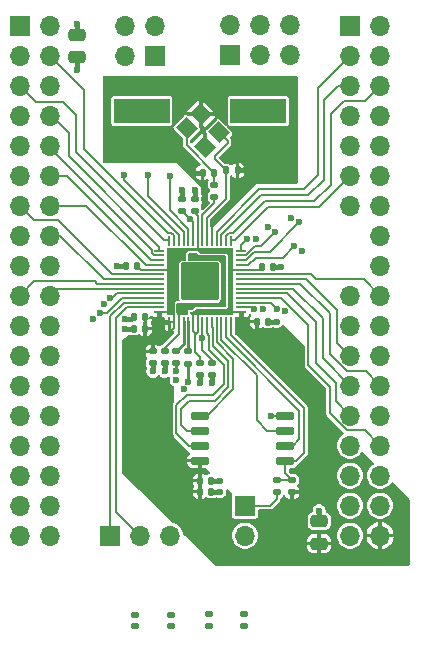
<source format=gtl>
G04 #@! TF.GenerationSoftware,KiCad,Pcbnew,(7.0.0)*
G04 #@! TF.CreationDate,2023-06-29T20:34:44+10:00*
G04 #@! TF.ProjectId,RP2040_minimal,52503230-3430-45f6-9d69-6e696d616c2e,REV1*
G04 #@! TF.SameCoordinates,Original*
G04 #@! TF.FileFunction,Copper,L1,Top*
G04 #@! TF.FilePolarity,Positive*
%FSLAX46Y46*%
G04 Gerber Fmt 4.6, Leading zero omitted, Abs format (unit mm)*
G04 Created by KiCad (PCBNEW (7.0.0)) date 2023-06-29 20:34:44*
%MOMM*%
%LPD*%
G01*
G04 APERTURE LIST*
G04 Aperture macros list*
%AMRoundRect*
0 Rectangle with rounded corners*
0 $1 Rounding radius*
0 $2 $3 $4 $5 $6 $7 $8 $9 X,Y pos of 4 corners*
0 Add a 4 corners polygon primitive as box body*
4,1,4,$2,$3,$4,$5,$6,$7,$8,$9,$2,$3,0*
0 Add four circle primitives for the rounded corners*
1,1,$1+$1,$2,$3*
1,1,$1+$1,$4,$5*
1,1,$1+$1,$6,$7*
1,1,$1+$1,$8,$9*
0 Add four rect primitives between the rounded corners*
20,1,$1+$1,$2,$3,$4,$5,0*
20,1,$1+$1,$4,$5,$6,$7,0*
20,1,$1+$1,$6,$7,$8,$9,0*
20,1,$1+$1,$8,$9,$2,$3,0*%
%AMRotRect*
0 Rectangle, with rotation*
0 The origin of the aperture is its center*
0 $1 length*
0 $2 width*
0 $3 Rotation angle, in degrees counterclockwise*
0 Add horizontal line*
21,1,$1,$2,0,0,$3*%
G04 Aperture macros list end*
G04 #@! TA.AperFunction,SMDPad,CuDef*
%ADD10RoundRect,0.140000X-0.140000X-0.170000X0.140000X-0.170000X0.140000X0.170000X-0.140000X0.170000X0*%
G04 #@! TD*
G04 #@! TA.AperFunction,SMDPad,CuDef*
%ADD11RoundRect,0.250000X0.475000X-0.250000X0.475000X0.250000X-0.475000X0.250000X-0.475000X-0.250000X0*%
G04 #@! TD*
G04 #@! TA.AperFunction,SMDPad,CuDef*
%ADD12RoundRect,0.135000X-0.185000X0.135000X-0.185000X-0.135000X0.185000X-0.135000X0.185000X0.135000X0*%
G04 #@! TD*
G04 #@! TA.AperFunction,SMDPad,CuDef*
%ADD13RoundRect,0.140000X0.140000X0.170000X-0.140000X0.170000X-0.140000X-0.170000X0.140000X-0.170000X0*%
G04 #@! TD*
G04 #@! TA.AperFunction,ComponentPad*
%ADD14R,1.700000X1.700000*%
G04 #@! TD*
G04 #@! TA.AperFunction,ComponentPad*
%ADD15O,1.700000X1.700000*%
G04 #@! TD*
G04 #@! TA.AperFunction,SMDPad,CuDef*
%ADD16RoundRect,0.140000X-0.170000X0.140000X-0.170000X-0.140000X0.170000X-0.140000X0.170000X0.140000X0*%
G04 #@! TD*
G04 #@! TA.AperFunction,SMDPad,CuDef*
%ADD17RoundRect,0.135000X0.185000X-0.135000X0.185000X0.135000X-0.185000X0.135000X-0.185000X-0.135000X0*%
G04 #@! TD*
G04 #@! TA.AperFunction,SMDPad,CuDef*
%ADD18RoundRect,0.150000X0.650000X0.150000X-0.650000X0.150000X-0.650000X-0.150000X0.650000X-0.150000X0*%
G04 #@! TD*
G04 #@! TA.AperFunction,SMDPad,CuDef*
%ADD19RoundRect,0.140000X0.170000X-0.140000X0.170000X0.140000X-0.170000X0.140000X-0.170000X-0.140000X0*%
G04 #@! TD*
G04 #@! TA.AperFunction,SMDPad,CuDef*
%ADD20RoundRect,0.050000X0.387500X0.050000X-0.387500X0.050000X-0.387500X-0.050000X0.387500X-0.050000X0*%
G04 #@! TD*
G04 #@! TA.AperFunction,SMDPad,CuDef*
%ADD21RoundRect,0.050000X0.050000X0.387500X-0.050000X0.387500X-0.050000X-0.387500X0.050000X-0.387500X0*%
G04 #@! TD*
G04 #@! TA.AperFunction,ComponentPad*
%ADD22C,0.600000*%
G04 #@! TD*
G04 #@! TA.AperFunction,SMDPad,CuDef*
%ADD23RoundRect,0.144000X1.456000X1.456000X-1.456000X1.456000X-1.456000X-1.456000X1.456000X-1.456000X0*%
G04 #@! TD*
G04 #@! TA.AperFunction,SMDPad,CuDef*
%ADD24R,4.760000X2.100000*%
G04 #@! TD*
G04 #@! TA.AperFunction,SMDPad,CuDef*
%ADD25RotRect,1.200000X1.400000X45.000000*%
G04 #@! TD*
G04 #@! TA.AperFunction,ViaPad*
%ADD26C,0.600000*%
G04 #@! TD*
G04 #@! TA.AperFunction,Conductor*
%ADD27C,0.200000*%
G04 #@! TD*
G04 #@! TA.AperFunction,Conductor*
%ADD28C,0.150000*%
G04 #@! TD*
G04 #@! TA.AperFunction,Conductor*
%ADD29C,0.400000*%
G04 #@! TD*
G04 #@! TA.AperFunction,Conductor*
%ADD30C,0.230000*%
G04 #@! TD*
G04 APERTURE END LIST*
D10*
X160020000Y-118200000D03*
X160980000Y-118200000D03*
D11*
X170100000Y-122600000D03*
X170100000Y-120700000D03*
D12*
X160800000Y-128590000D03*
X160800000Y-129610000D03*
X163700000Y-128580000D03*
X163700000Y-129600000D03*
D13*
X154400000Y-104400000D03*
X155360000Y-104400000D03*
D14*
X163829999Y-119379999D03*
D15*
X163829999Y-121919999D03*
D16*
X156020000Y-107290000D03*
X156020000Y-106330000D03*
X157020000Y-107290000D03*
X157020000Y-106330000D03*
D10*
X165235000Y-99200000D03*
X166195000Y-99200000D03*
X160020000Y-117270000D03*
X160980000Y-117270000D03*
D17*
X167800000Y-118240000D03*
X167800000Y-117220000D03*
D18*
X167220000Y-115570000D03*
X167220000Y-114300000D03*
X167220000Y-113030000D03*
X167220000Y-111760000D03*
X160020000Y-111760000D03*
X160020000Y-113030000D03*
X160020000Y-114300000D03*
X160020000Y-115570000D03*
D13*
X161200000Y-91200000D03*
X160240000Y-91200000D03*
D12*
X166500000Y-117220000D03*
X166500000Y-118240000D03*
D16*
X160020000Y-108290000D03*
X160020000Y-107330000D03*
D13*
X154695000Y-99100000D03*
X153735000Y-99100000D03*
D19*
X159600000Y-94400000D03*
X159600000Y-93440000D03*
D17*
X159020000Y-106330000D03*
X159020000Y-107350000D03*
D19*
X158500000Y-94400000D03*
X158500000Y-93440000D03*
D10*
X164820000Y-103800000D03*
X165780000Y-103800000D03*
D20*
X163457500Y-103000000D03*
X163457500Y-102600000D03*
X163457500Y-102200000D03*
X163457500Y-101800000D03*
X163457500Y-101400000D03*
X163457500Y-101000000D03*
X163457500Y-100600000D03*
X163457500Y-100200000D03*
X163457500Y-99800000D03*
X163457500Y-99400000D03*
X163457500Y-99000000D03*
X163457500Y-98600000D03*
X163457500Y-98200000D03*
X163457500Y-97800000D03*
D21*
X162620000Y-96962500D03*
X162220000Y-96962500D03*
X161820000Y-96962500D03*
X161420000Y-96962500D03*
X161020000Y-96962500D03*
X160620000Y-96962500D03*
X160220000Y-96962500D03*
X159820000Y-96962500D03*
X159420000Y-96962500D03*
X159020000Y-96962500D03*
X158620000Y-96962500D03*
X158220000Y-96962500D03*
X157820000Y-96962500D03*
X157420000Y-96962500D03*
D20*
X156582500Y-97800000D03*
X156582500Y-98200000D03*
X156582500Y-98600000D03*
X156582500Y-99000000D03*
X156582500Y-99400000D03*
X156582500Y-99800000D03*
X156582500Y-100200000D03*
X156582500Y-100600000D03*
X156582500Y-101000000D03*
X156582500Y-101400000D03*
X156582500Y-101800000D03*
X156582500Y-102200000D03*
X156582500Y-102600000D03*
X156582500Y-103000000D03*
D21*
X157420000Y-103837500D03*
X157820000Y-103837500D03*
X158220000Y-103837500D03*
X158620000Y-103837500D03*
X159020000Y-103837500D03*
X159420000Y-103837500D03*
X159820000Y-103837500D03*
X160220000Y-103837500D03*
X160620000Y-103837500D03*
X161020000Y-103837500D03*
X161420000Y-103837500D03*
X161820000Y-103837500D03*
X162220000Y-103837500D03*
X162620000Y-103837500D03*
D22*
X161295000Y-101675000D03*
X161295000Y-100400000D03*
X161295000Y-99125000D03*
X160020000Y-101675000D03*
X160020000Y-100400000D03*
D23*
X160020000Y-100400000D03*
D22*
X160020000Y-99125000D03*
X158745000Y-101675000D03*
X158745000Y-100400000D03*
X158745000Y-99125000D03*
D10*
X162240000Y-91000000D03*
X163200000Y-91000000D03*
D17*
X158020000Y-107330000D03*
X158020000Y-106310000D03*
D16*
X161020000Y-107330000D03*
X161020000Y-108290000D03*
D13*
X155360000Y-103400000D03*
X154400000Y-103400000D03*
D17*
X161200000Y-93220000D03*
X161200000Y-92200000D03*
D24*
X164939999Y-85965999D03*
X155099999Y-85965999D03*
D11*
X149600000Y-79500000D03*
X149600000Y-81400000D03*
D14*
X152399999Y-121919999D03*
D15*
X154939999Y-121919999D03*
X157479999Y-121919999D03*
D14*
X162559999Y-81239999D03*
D15*
X162559999Y-78699999D03*
X165099999Y-81239999D03*
X165099999Y-78699999D03*
X167639999Y-81239999D03*
X167639999Y-78699999D03*
D14*
X156209999Y-81279999D03*
D15*
X153669999Y-81279999D03*
X156209999Y-78739999D03*
X153669999Y-78739999D03*
D25*
X158881141Y-87423222D03*
X160436776Y-88978857D03*
X161638857Y-87776776D03*
X160083222Y-86221141D03*
D14*
X144779999Y-78739999D03*
D15*
X147319999Y-78739999D03*
X144779999Y-81279999D03*
X147319999Y-81279999D03*
X144779999Y-83819999D03*
X147319999Y-83819999D03*
X144779999Y-86359999D03*
X147319999Y-86359999D03*
X144779999Y-88899999D03*
X147319999Y-88899999D03*
X144779999Y-91439999D03*
X147319999Y-91439999D03*
X144779999Y-93979999D03*
X147319999Y-93979999D03*
X144779999Y-96519999D03*
X147319999Y-96519999D03*
X144779999Y-99059999D03*
X147319999Y-99059999D03*
X144779999Y-101599999D03*
X147319999Y-101599999D03*
X144779999Y-104139999D03*
X147319999Y-104139999D03*
X144779999Y-106679999D03*
X147319999Y-106679999D03*
X144779999Y-109219999D03*
X147319999Y-109219999D03*
X144779999Y-111759999D03*
X147319999Y-111759999D03*
X144779999Y-114299999D03*
X147319999Y-114299999D03*
X144779999Y-116839999D03*
X147319999Y-116839999D03*
X144779999Y-119379999D03*
X147319999Y-119379999D03*
X144779999Y-121919999D03*
X147319999Y-121919999D03*
D14*
X172719999Y-78739999D03*
D15*
X175259999Y-78739999D03*
X172719999Y-81279999D03*
X175259999Y-81279999D03*
X172719999Y-83819999D03*
X175259999Y-83819999D03*
X172719999Y-86359999D03*
X175259999Y-86359999D03*
X172719999Y-88899999D03*
X175259999Y-88899999D03*
X172719999Y-91439999D03*
X175259999Y-91439999D03*
X172719999Y-93979999D03*
X175259999Y-93979999D03*
X175259999Y-96519999D03*
X175259999Y-99059999D03*
X172719999Y-101599999D03*
X175259999Y-101599999D03*
X172719999Y-104139999D03*
X175259999Y-104139999D03*
X172719999Y-106679999D03*
X175259999Y-106679999D03*
X172719999Y-109219999D03*
X175259999Y-109219999D03*
X172719999Y-111759999D03*
X175259999Y-111759999D03*
X172719999Y-114299999D03*
X175259999Y-114299999D03*
X172719999Y-116839999D03*
X175259999Y-116839999D03*
X172719999Y-119379999D03*
X175259999Y-119379999D03*
X172719999Y-121919999D03*
X175259999Y-121919999D03*
D19*
X154500000Y-128620000D03*
X154500000Y-129580000D03*
X157600000Y-129580000D03*
X157600000Y-128620000D03*
D26*
X149600000Y-82500000D03*
X157780000Y-98180000D03*
X157995030Y-108749086D03*
X158657698Y-109534822D03*
X151870022Y-102329978D03*
X150972676Y-103605429D03*
X167211041Y-102937014D03*
X165335794Y-102724500D03*
X164749503Y-96800000D03*
X165745338Y-95811342D03*
X167750325Y-95026267D03*
X168623624Y-97815750D03*
X170100000Y-119800000D03*
X161700000Y-118200000D03*
X153700000Y-104400000D03*
X152200000Y-83820000D03*
X167800000Y-84400000D03*
X167800000Y-87600000D03*
X163900000Y-91000000D03*
X159600000Y-92700000D03*
X152200000Y-87600000D03*
X167000000Y-90800000D03*
X149600000Y-78600000D03*
X161700000Y-117270000D03*
X166500000Y-103800000D03*
X161020000Y-109000000D03*
X166900000Y-99200000D03*
X158500000Y-92700000D03*
X153000000Y-99100000D03*
X163000000Y-93400000D03*
X153700000Y-103600000D03*
X157020000Y-108000000D03*
X160020000Y-109000000D03*
X166000000Y-111800000D03*
X159500000Y-91200000D03*
X156020000Y-108000000D03*
X160000000Y-84400000D03*
X159200000Y-95100000D03*
X160200000Y-105200000D03*
X159300000Y-102500000D03*
X159400000Y-98300000D03*
X153600000Y-91400000D03*
X155600000Y-91400000D03*
X157480000Y-91440000D03*
X159015749Y-108876376D03*
X158020000Y-108000000D03*
X152400000Y-101800000D03*
X151520665Y-103094096D03*
X164586304Y-102728892D03*
X166500000Y-102700000D03*
X168000000Y-97400000D03*
X168400000Y-95400000D03*
X164000000Y-96800000D03*
X166376376Y-96215749D03*
D27*
X160083223Y-87183223D02*
X160350000Y-87450000D01*
X160083223Y-86221142D02*
X160083223Y-87183223D01*
X160436777Y-88036777D02*
X160100000Y-87700000D01*
X160436777Y-88978858D02*
X160436777Y-88036777D01*
X157900000Y-87000000D02*
X157600000Y-87300000D01*
X162100000Y-87000000D02*
X162600000Y-87500000D01*
D28*
X161300000Y-89800000D02*
X162400000Y-88700000D01*
X161300000Y-90060000D02*
X161300000Y-89800000D01*
X162400000Y-88700000D02*
X162400000Y-88537919D01*
X162400000Y-88537919D02*
X161638858Y-87776777D01*
X162240000Y-91000000D02*
X161300000Y-90060000D01*
X158881142Y-88881142D02*
X158881142Y-87423223D01*
X161200000Y-91200000D02*
X158881142Y-88881142D01*
X163908173Y-98600000D02*
X163457500Y-98600000D01*
X164608173Y-97900000D02*
X163908173Y-98600000D01*
X168400000Y-95400000D02*
X165900000Y-97900000D01*
X165900000Y-97900000D02*
X164608173Y-97900000D01*
X163883909Y-98200000D02*
X163457500Y-98200000D01*
X164683909Y-97400000D02*
X163883909Y-98200000D01*
X166376376Y-96223624D02*
X165200000Y-97400000D01*
X166376376Y-96215749D02*
X166376376Y-96223624D01*
X165200000Y-97400000D02*
X164683909Y-97400000D01*
D29*
X154200000Y-103600000D02*
X154400000Y-103400000D01*
X153700000Y-103600000D02*
X154200000Y-103600000D01*
X156020000Y-107290000D02*
X156020000Y-108000000D01*
X157020000Y-107290000D02*
X157020000Y-108000000D01*
X165800000Y-103800000D02*
X166500000Y-103800000D01*
X163900000Y-91000000D02*
X163200000Y-91000000D01*
X160240000Y-91200000D02*
X159500000Y-91200000D01*
X149600000Y-81400000D02*
X149600000Y-82500000D01*
X158500000Y-93440000D02*
X158500000Y-92700000D01*
X166195000Y-99200000D02*
X166900000Y-99200000D01*
X149600000Y-79500000D02*
X149600000Y-78600000D01*
X170100000Y-120700000D02*
X170100000Y-119800000D01*
X160980000Y-118200000D02*
X161700000Y-118200000D01*
X160980000Y-117270000D02*
X161700000Y-117270000D01*
D27*
X167200000Y-111800000D02*
X166000000Y-111800000D01*
D29*
X161020000Y-108300008D02*
X161020000Y-109000000D01*
X160020000Y-108300000D02*
X160020000Y-109000000D01*
X157320000Y-103837500D02*
X156762500Y-103837500D01*
X154350000Y-104400000D02*
X153850000Y-104400000D01*
X153662500Y-99100000D02*
X153000000Y-99100000D01*
D30*
X159020000Y-108872125D02*
X159020000Y-107350000D01*
X159015749Y-108876376D02*
X159020000Y-108872125D01*
D28*
X159100000Y-114300000D02*
X160020000Y-114300000D01*
X158020000Y-113220000D02*
X159100000Y-114300000D01*
X158020000Y-110880000D02*
X158020000Y-113220000D01*
X162044000Y-109106000D02*
X161150000Y-110000000D01*
X162044000Y-107457500D02*
X162044000Y-109106000D01*
X161150000Y-110000000D02*
X158900000Y-110000000D01*
X160800000Y-104980000D02*
X160800000Y-106213500D01*
X160620000Y-104800000D02*
X160800000Y-104980000D01*
X160620000Y-103703500D02*
X160620000Y-104800000D01*
X160800000Y-106213500D02*
X162044000Y-107457500D01*
X158900000Y-110000000D02*
X158020000Y-110880000D01*
X158920000Y-113030000D02*
X160020000Y-113030000D01*
X158420000Y-112530000D02*
X158920000Y-113030000D01*
X158420000Y-111180000D02*
X158420000Y-112530000D01*
X159100000Y-110500000D02*
X158420000Y-111180000D01*
X162420000Y-109330000D02*
X161250000Y-110500000D01*
X161250000Y-110500000D02*
X159100000Y-110500000D01*
X161120000Y-105830000D02*
X162420000Y-107130000D01*
X161020000Y-104263909D02*
X161120000Y-104363909D01*
X161020000Y-103767500D02*
X161020000Y-104263909D01*
X161120000Y-104363909D02*
X161120000Y-105830000D01*
X162420000Y-107130000D02*
X162420000Y-109330000D01*
X160590000Y-111760000D02*
X160020000Y-111760000D01*
X162820000Y-109530000D02*
X160590000Y-111760000D01*
X161420000Y-105530000D02*
X162820000Y-106930000D01*
X162820000Y-106930000D02*
X162820000Y-109530000D01*
X161420000Y-103767500D02*
X161420000Y-105530000D01*
X167850000Y-114300000D02*
X167220000Y-114300000D01*
X168420000Y-113730000D02*
X167850000Y-114300000D01*
X162219000Y-105129000D02*
X168420000Y-111330000D01*
X168420000Y-111330000D02*
X168420000Y-113730000D01*
X162219000Y-103768500D02*
X162219000Y-105129000D01*
X165720000Y-113030000D02*
X167220000Y-113030000D01*
X164820000Y-108330000D02*
X164820000Y-112130000D01*
X164820000Y-112130000D02*
X165720000Y-113030000D01*
X161820000Y-105330000D02*
X164820000Y-108330000D01*
X161820000Y-103767500D02*
X161820000Y-105330000D01*
X153396963Y-101800000D02*
X156582500Y-101800000D01*
X152102867Y-103094096D02*
X153396963Y-101800000D01*
X151520665Y-103094096D02*
X152102867Y-103094096D01*
X166000000Y-102200000D02*
X163457500Y-102200000D01*
X166500000Y-102700000D02*
X166000000Y-102200000D01*
X152600000Y-101800000D02*
X153000000Y-101400000D01*
X152400000Y-101800000D02*
X152600000Y-101800000D01*
X153000000Y-101400000D02*
X156582500Y-101400000D01*
X145980000Y-100400000D02*
X144780000Y-101600000D01*
X151100000Y-100400000D02*
X145980000Y-100400000D01*
X151300000Y-100600000D02*
X151100000Y-100400000D01*
X156582500Y-100600000D02*
X151300000Y-100600000D01*
X151860000Y-100200000D02*
X148180000Y-96520000D01*
X156582500Y-100200000D02*
X151860000Y-100200000D01*
X148180000Y-96520000D02*
X147320000Y-96520000D01*
X147920000Y-101000000D02*
X156582500Y-101000000D01*
X147320000Y-101600000D02*
X147920000Y-101000000D01*
X146000000Y-95200000D02*
X144780000Y-93980000D01*
X152560140Y-99800000D02*
X147960140Y-95200000D01*
X156582500Y-99800000D02*
X152560140Y-99800000D01*
X147960140Y-95200000D02*
X146000000Y-95200000D01*
X147320000Y-89120000D02*
X147320000Y-88900000D01*
X155920000Y-97720000D02*
X147320000Y-89120000D01*
X155920000Y-97963909D02*
X155920000Y-97720000D01*
X156156091Y-98200000D02*
X155920000Y-97963909D01*
X156582500Y-98200000D02*
X156156091Y-98200000D01*
X147460000Y-86360000D02*
X147320000Y-86360000D01*
X156582500Y-97482500D02*
X148900000Y-89800000D01*
X148900000Y-89800000D02*
X148900000Y-87800000D01*
X148900000Y-87800000D02*
X147460000Y-86360000D01*
X156582500Y-97800000D02*
X156582500Y-97482500D01*
X150200000Y-84160000D02*
X147320000Y-81280000D01*
X157594264Y-96275000D02*
X157275000Y-96275000D01*
X157275000Y-96275000D02*
X150200000Y-89200000D01*
X157820000Y-96500736D02*
X157594264Y-96275000D01*
X157820000Y-96892500D02*
X157820000Y-96500736D01*
X150200000Y-89200000D02*
X150200000Y-84160000D01*
X149500000Y-86300000D02*
X148400000Y-85200000D01*
X149500000Y-89400000D02*
X149500000Y-86300000D01*
X156992500Y-96892500D02*
X149500000Y-89400000D01*
X157420000Y-96892500D02*
X156992500Y-96892500D01*
X148400000Y-85200000D02*
X146160000Y-85200000D01*
X146160000Y-85200000D02*
X144780000Y-83820000D01*
X157480000Y-94380000D02*
X157480000Y-91440000D01*
X159020000Y-95920000D02*
X157480000Y-94380000D01*
X159020000Y-96962500D02*
X159020000Y-95920000D01*
X158220000Y-96444264D02*
X153600000Y-91824264D01*
X153600000Y-91824264D02*
X153600000Y-91400000D01*
X158220000Y-96962500D02*
X158220000Y-96444264D01*
X155600000Y-93162132D02*
X155600000Y-91400000D01*
X158620000Y-96182132D02*
X155600000Y-93162132D01*
X158620000Y-96962500D02*
X158620000Y-96182132D01*
X168800000Y-92600000D02*
X170000000Y-91400000D01*
X165000000Y-92600000D02*
X168800000Y-92600000D01*
X170000000Y-84000000D02*
X172720000Y-81280000D01*
X161420000Y-96180000D02*
X165000000Y-92600000D01*
X161420000Y-96892500D02*
X161420000Y-96180000D01*
X170000000Y-91400000D02*
X170000000Y-84000000D01*
X173980000Y-85100000D02*
X175260000Y-83820000D01*
X172200000Y-85100000D02*
X173980000Y-85100000D01*
X171100000Y-92200000D02*
X171100000Y-86200000D01*
X162800000Y-96300000D02*
X165500000Y-93600000D01*
X165500000Y-93600000D02*
X169700000Y-93600000D01*
X171100000Y-86200000D02*
X172200000Y-85100000D01*
X162456091Y-96300000D02*
X162800000Y-96300000D01*
X162220000Y-96536091D02*
X162456091Y-96300000D01*
X162220000Y-96892500D02*
X162220000Y-96536091D01*
X169700000Y-93600000D02*
X171100000Y-92200000D01*
X171680000Y-83820000D02*
X172720000Y-83820000D01*
X170500000Y-91800000D02*
X170500000Y-85000000D01*
X170500000Y-85000000D02*
X171680000Y-83820000D01*
X161820000Y-96480000D02*
X165200000Y-93100000D01*
X169200000Y-93100000D02*
X170500000Y-91800000D01*
X161820000Y-96892500D02*
X161820000Y-96480000D01*
X165200000Y-93100000D02*
X169200000Y-93100000D01*
X163007500Y-96892500D02*
X165800000Y-94100000D01*
X165800000Y-94100000D02*
X170060000Y-94100000D01*
X162620000Y-96892500D02*
X163007500Y-96892500D01*
X170060000Y-94100000D02*
X172720000Y-91440000D01*
X172439720Y-113000000D02*
X173960000Y-113000000D01*
X173960000Y-113000000D02*
X175260000Y-114300000D01*
X171000000Y-109300000D02*
X171000000Y-111560280D01*
X169200000Y-104100000D02*
X169200000Y-107500000D01*
X166900000Y-101800000D02*
X169200000Y-104100000D01*
X169200000Y-107500000D02*
X171000000Y-109300000D01*
X163457500Y-101800000D02*
X166900000Y-101800000D01*
X171000000Y-111560280D02*
X172439720Y-113000000D01*
X171500000Y-110540000D02*
X172720000Y-111760000D01*
X171500000Y-109000000D02*
X171500000Y-110540000D01*
X169800000Y-107300000D02*
X171500000Y-109000000D01*
X169800000Y-103800000D02*
X169800000Y-107300000D01*
X163457500Y-101400000D02*
X167400000Y-101400000D01*
X167400000Y-101400000D02*
X169800000Y-103800000D01*
X174040000Y-108000000D02*
X175260000Y-109220000D01*
X171000000Y-106545000D02*
X172455000Y-108000000D01*
X172455000Y-108000000D02*
X174040000Y-108000000D01*
X171000000Y-103100000D02*
X171000000Y-106545000D01*
X168500000Y-100600000D02*
X171000000Y-103100000D01*
X163457500Y-100600000D02*
X168500000Y-100600000D01*
X164457412Y-102600000D02*
X163457500Y-102600000D01*
X164586304Y-102728892D02*
X164457412Y-102600000D01*
X152400000Y-103350000D02*
X152400000Y-121920000D01*
X153550000Y-102200000D02*
X152400000Y-103350000D01*
X156582500Y-102200000D02*
X153550000Y-102200000D01*
D27*
X157820000Y-103200000D02*
X157620000Y-103000000D01*
X157820000Y-104362500D02*
X157820000Y-103200000D01*
X156620000Y-105562500D02*
X157820000Y-104362500D01*
D28*
X173860000Y-100200000D02*
X175260000Y-101600000D01*
X169800000Y-100200000D02*
X173860000Y-100200000D01*
X169400000Y-99800000D02*
X169800000Y-100200000D01*
X163457500Y-99800000D02*
X169400000Y-99800000D01*
X171645000Y-102845000D02*
X171645000Y-105605000D01*
X169000000Y-100200000D02*
X171645000Y-102845000D01*
X171645000Y-105605000D02*
X172720000Y-106680000D01*
X163457500Y-100200000D02*
X169000000Y-100200000D01*
X170400000Y-106900000D02*
X172720000Y-109220000D01*
X170400000Y-103500000D02*
X170400000Y-106900000D01*
X167900000Y-101000000D02*
X170400000Y-103500000D01*
X163457500Y-101000000D02*
X167900000Y-101000000D01*
D29*
X159600000Y-92700000D02*
X159600000Y-93440000D01*
D27*
X161020000Y-96892500D02*
X161020000Y-95380000D01*
X161020000Y-95380000D02*
X163000000Y-93400000D01*
D28*
X160612132Y-95012132D02*
X162240000Y-93384264D01*
X162240000Y-93384264D02*
X162240000Y-91000000D01*
X160620000Y-96892500D02*
X160620000Y-95020000D01*
X160620000Y-95020000D02*
X160612132Y-95012132D01*
X160220000Y-96892500D02*
X160220000Y-94780000D01*
X161200000Y-93800000D02*
X161200000Y-93220000D01*
X160220000Y-94780000D02*
X161200000Y-93800000D01*
D27*
X159820000Y-97530000D02*
X159820000Y-94820000D01*
X159600000Y-104800000D02*
X159600000Y-105000000D01*
D29*
X163457500Y-103100000D02*
X163457500Y-103757500D01*
D27*
X160020000Y-117250000D02*
X160000000Y-117270000D01*
X159600000Y-105000000D02*
X159600000Y-104900000D01*
X163457500Y-103000000D02*
X162620000Y-103000000D01*
X159820000Y-104680000D02*
X159820000Y-103025000D01*
X159620000Y-103025000D02*
X159420000Y-103225000D01*
D29*
X156582500Y-103100000D02*
X156582500Y-103682500D01*
D27*
X156581250Y-99400000D02*
X157418750Y-99400000D01*
X159600000Y-94600000D02*
X159600000Y-94400000D01*
X154900000Y-99300000D02*
X154700000Y-99100000D01*
X160020000Y-106820000D02*
X160020000Y-107330000D01*
X156581250Y-103000000D02*
X157418750Y-103000000D01*
X160020000Y-97730000D02*
X159820000Y-97530000D01*
X163457500Y-99400000D02*
X162600000Y-99400000D01*
X163457500Y-99400000D02*
X165235000Y-99400000D01*
X154995000Y-99400000D02*
X154695000Y-99100000D01*
X159600000Y-106400000D02*
X160020000Y-106820000D01*
X159420000Y-103225000D02*
X159420000Y-104620000D01*
X159600000Y-105000000D02*
X159600000Y-106400000D01*
X159820000Y-94820000D02*
X159600000Y-94600000D01*
X159420000Y-104620000D02*
X159600000Y-104800000D01*
X159600000Y-104900000D02*
X159820000Y-104680000D01*
X156582500Y-99400000D02*
X154995000Y-99400000D01*
X159200000Y-95110000D02*
X159420000Y-95330000D01*
X160220000Y-105180000D02*
X160200000Y-105200000D01*
X160220000Y-103767500D02*
X160220000Y-105180000D01*
X158520000Y-94433300D02*
X158523300Y-94433300D01*
X160220000Y-105220000D02*
X160220000Y-106235025D01*
X159420000Y-95330000D02*
X159420000Y-96892500D01*
X158523300Y-94433300D02*
X159190000Y-95100000D01*
X158220000Y-103875500D02*
X158220000Y-103000000D01*
X158220000Y-104838000D02*
X157020000Y-106038000D01*
X159200000Y-95100000D02*
X159200000Y-95110000D01*
X161020000Y-107035025D02*
X161020000Y-107330000D01*
X157020000Y-106038000D02*
X157020000Y-106438000D01*
X160200000Y-105200000D02*
X160220000Y-105220000D01*
X160220000Y-106235025D02*
X161020000Y-107035025D01*
X159190000Y-95100000D02*
X159200000Y-95100000D01*
X158220000Y-103875500D02*
X158220000Y-104838000D01*
D28*
X165920000Y-119380000D02*
X163830000Y-119380000D01*
X166500000Y-118800000D02*
X165920000Y-119380000D01*
X166500000Y-118240000D02*
X166500000Y-118800000D01*
X167220000Y-116640000D02*
X167800000Y-117220000D01*
X168820000Y-111130000D02*
X168820000Y-114930000D01*
X167220000Y-115570000D02*
X167220000Y-116640000D01*
X167800000Y-117220000D02*
X166500000Y-117220000D01*
X168820000Y-114930000D02*
X168180000Y-115570000D01*
X162620000Y-104930000D02*
X168820000Y-111130000D01*
X168180000Y-115570000D02*
X167220000Y-115570000D01*
X162620000Y-103767500D02*
X162620000Y-104930000D01*
D30*
X158020000Y-108000000D02*
X158020000Y-107330000D01*
D28*
X155900000Y-98600000D02*
X148740000Y-91440000D01*
X148740000Y-91440000D02*
X147320000Y-91440000D01*
X156582500Y-98600000D02*
X155900000Y-98600000D01*
X156582500Y-99000000D02*
X155421188Y-99000000D01*
X150401188Y-93980000D02*
X147320000Y-93980000D01*
X155421188Y-99000000D02*
X150401188Y-93980000D01*
D30*
X159020000Y-103767500D02*
X159020000Y-106330000D01*
X158620000Y-103767500D02*
X158620000Y-105710000D01*
X158620000Y-105710000D02*
X158020000Y-106310000D01*
D28*
X153800000Y-102600000D02*
X152900000Y-103500000D01*
X152900000Y-103500000D02*
X152900000Y-119880000D01*
X152900000Y-119880000D02*
X154940000Y-121920000D01*
X156582500Y-102600000D02*
X153800000Y-102600000D01*
X164115500Y-99000000D02*
X163457500Y-99000000D01*
X167000000Y-98400000D02*
X164715500Y-98400000D01*
X168000000Y-97400000D02*
X167000000Y-98400000D01*
X164715500Y-98400000D02*
X164115500Y-99000000D01*
X164000000Y-96800000D02*
X163457500Y-97342500D01*
X163457500Y-97342500D02*
X163457500Y-97800000D01*
X161200000Y-92200000D02*
X161200000Y-91200000D01*
G04 #@! TA.AperFunction,Conductor*
G36*
X159783000Y-98009914D02*
G01*
X159810086Y-98037000D01*
X159820000Y-98074000D01*
X159820000Y-98200000D01*
X162146000Y-98200000D01*
X162183000Y-98209914D01*
X162210086Y-98237000D01*
X162220000Y-98274000D01*
X162220000Y-102526000D01*
X162210086Y-102563000D01*
X162183000Y-102590086D01*
X162146000Y-102600000D01*
X159420000Y-102600000D01*
X159420000Y-102609743D01*
X159420000Y-102726000D01*
X159410086Y-102763000D01*
X159383000Y-102790086D01*
X159346000Y-102800000D01*
X159020000Y-102800000D01*
X159020000Y-102809743D01*
X159020000Y-103126000D01*
X159010086Y-103163000D01*
X158983000Y-103190086D01*
X158946000Y-103200000D01*
X158136139Y-103200000D01*
X158089195Y-103183203D01*
X158063561Y-103140438D01*
X158060688Y-103126000D01*
X158055966Y-103102260D01*
X158032470Y-103067095D01*
X158020000Y-103025985D01*
X158020000Y-102274000D01*
X158029914Y-102237000D01*
X158057000Y-102209914D01*
X158094000Y-102200000D01*
X161610257Y-102200000D01*
X161620000Y-102200000D01*
X161620000Y-102157990D01*
X161628538Y-102123483D01*
X161646011Y-102103866D01*
X161645315Y-102103170D01*
X161645315Y-102103169D01*
X161723170Y-102025315D01*
X161767643Y-101924594D01*
X161770500Y-101899968D01*
X161770500Y-98900032D01*
X161767643Y-98875406D01*
X161723170Y-98774685D01*
X161645315Y-98696830D01*
X161639042Y-98694060D01*
X161549682Y-98654603D01*
X161549678Y-98654602D01*
X161544594Y-98652357D01*
X161539073Y-98651716D01*
X161539068Y-98651715D01*
X161522096Y-98649746D01*
X161522080Y-98649745D01*
X161519968Y-98649500D01*
X159094000Y-98649500D01*
X159057000Y-98639586D01*
X159029914Y-98612500D01*
X159020000Y-98575500D01*
X159020000Y-98074000D01*
X159029914Y-98037000D01*
X159057000Y-98009914D01*
X159094000Y-98000000D01*
X159746000Y-98000000D01*
X159783000Y-98009914D01*
G37*
G04 #@! TD.AperFunction*
G04 #@! TA.AperFunction,Conductor*
G36*
X162783000Y-97609914D02*
G01*
X162810086Y-97637000D01*
X162820000Y-97674000D01*
X162820000Y-103200000D01*
X160020000Y-103200000D01*
X159249500Y-103200000D01*
X159212500Y-103190086D01*
X159185414Y-103163000D01*
X159175500Y-103126000D01*
X159175500Y-103029500D01*
X159185414Y-102992500D01*
X159212500Y-102965414D01*
X159249500Y-102955500D01*
X159343571Y-102955500D01*
X159346000Y-102955500D01*
X159386246Y-102950202D01*
X159423246Y-102940288D01*
X159460750Y-102924753D01*
X159462175Y-102923659D01*
X159475239Y-102918064D01*
X159489069Y-102914004D01*
X159598049Y-102843967D01*
X159652573Y-102781041D01*
X159677759Y-102762187D01*
X159708500Y-102755500D01*
X162143571Y-102755500D01*
X162146000Y-102755500D01*
X162186246Y-102750202D01*
X162223246Y-102740288D01*
X162260750Y-102724753D01*
X162292955Y-102700041D01*
X162320041Y-102672955D01*
X162344753Y-102640750D01*
X162360288Y-102603246D01*
X162370202Y-102566246D01*
X162375500Y-102526000D01*
X162375500Y-98274000D01*
X162370202Y-98233754D01*
X162360288Y-98196754D01*
X162344753Y-98159250D01*
X162320041Y-98127045D01*
X162292955Y-98099959D01*
X162260750Y-98075247D01*
X162256274Y-98073393D01*
X162256269Y-98073390D01*
X162225477Y-98060636D01*
X162225475Y-98060635D01*
X162223246Y-98059712D01*
X162214290Y-98057312D01*
X162188584Y-98050424D01*
X162188577Y-98050422D01*
X162186246Y-98049798D01*
X162183849Y-98049482D01*
X162183842Y-98049481D01*
X162148408Y-98044817D01*
X162146000Y-98044500D01*
X162143571Y-98044500D01*
X160029356Y-98044500D01*
X159986253Y-98030651D01*
X159960918Y-97996492D01*
X159960288Y-97996754D01*
X159946609Y-97963730D01*
X159946607Y-97963728D01*
X159944753Y-97959250D01*
X159920041Y-97927045D01*
X159892955Y-97899959D01*
X159860750Y-97875247D01*
X159856274Y-97873393D01*
X159856269Y-97873390D01*
X159825477Y-97860636D01*
X159825475Y-97860635D01*
X159823246Y-97859712D01*
X159814290Y-97857312D01*
X159788584Y-97850424D01*
X159788577Y-97850422D01*
X159786246Y-97849798D01*
X159783849Y-97849482D01*
X159783842Y-97849481D01*
X159748408Y-97844817D01*
X159746000Y-97844500D01*
X159094000Y-97844500D01*
X159091592Y-97844816D01*
X159091591Y-97844817D01*
X159056157Y-97849481D01*
X159056147Y-97849482D01*
X159053754Y-97849798D01*
X159051425Y-97850421D01*
X159051415Y-97850424D01*
X159019086Y-97859087D01*
X159019083Y-97859087D01*
X159016754Y-97859712D01*
X159014529Y-97860633D01*
X159014522Y-97860636D01*
X158983730Y-97873390D01*
X158983722Y-97873394D01*
X158979250Y-97875247D01*
X158975405Y-97878196D01*
X158975402Y-97878199D01*
X158948964Y-97898486D01*
X158948959Y-97898489D01*
X158947045Y-97899959D01*
X158945341Y-97901662D01*
X158945333Y-97901670D01*
X158921670Y-97925333D01*
X158921662Y-97925341D01*
X158919959Y-97927045D01*
X158918489Y-97928959D01*
X158918486Y-97928964D01*
X158898199Y-97955402D01*
X158898196Y-97955405D01*
X158895247Y-97959250D01*
X158893394Y-97963722D01*
X158893390Y-97963730D01*
X158880636Y-97994522D01*
X158880633Y-97994529D01*
X158879712Y-97996754D01*
X158879087Y-97999083D01*
X158879087Y-97999086D01*
X158870424Y-98031415D01*
X158870421Y-98031425D01*
X158869798Y-98033754D01*
X158869482Y-98036147D01*
X158869481Y-98036157D01*
X158866463Y-98059087D01*
X158864500Y-98074000D01*
X158864500Y-98076429D01*
X158864500Y-98575500D01*
X158854586Y-98612500D01*
X158827500Y-98639586D01*
X158790500Y-98649500D01*
X158520032Y-98649500D01*
X158517920Y-98649745D01*
X158517903Y-98649746D01*
X158500931Y-98651715D01*
X158500924Y-98651716D01*
X158495406Y-98652357D01*
X158490323Y-98654601D01*
X158490317Y-98654603D01*
X158400957Y-98694060D01*
X158400954Y-98694061D01*
X158394685Y-98696830D01*
X158389839Y-98701675D01*
X158389836Y-98701678D01*
X158321678Y-98769836D01*
X158321675Y-98769839D01*
X158316830Y-98774685D01*
X158314061Y-98780954D01*
X158314060Y-98780957D01*
X158274603Y-98870317D01*
X158274601Y-98870323D01*
X158272357Y-98875406D01*
X158271716Y-98880924D01*
X158271715Y-98880931D01*
X158269746Y-98897903D01*
X158269745Y-98897920D01*
X158269500Y-98900032D01*
X158269500Y-101899968D01*
X158269745Y-101902080D01*
X158269746Y-101902096D01*
X158271715Y-101919068D01*
X158271716Y-101919073D01*
X158272357Y-101924594D01*
X158274602Y-101929679D01*
X158274604Y-101929685D01*
X158279428Y-101940609D01*
X158283499Y-101988549D01*
X158257233Y-102028859D01*
X158211734Y-102044500D01*
X158094000Y-102044500D01*
X158091592Y-102044816D01*
X158091591Y-102044817D01*
X158056157Y-102049481D01*
X158056147Y-102049482D01*
X158053754Y-102049798D01*
X158051425Y-102050421D01*
X158051415Y-102050424D01*
X158019086Y-102059087D01*
X158019083Y-102059087D01*
X158016754Y-102059712D01*
X158014529Y-102060633D01*
X158014522Y-102060636D01*
X157983730Y-102073390D01*
X157983722Y-102073394D01*
X157979250Y-102075247D01*
X157975405Y-102078196D01*
X157975402Y-102078199D01*
X157948964Y-102098486D01*
X157948959Y-102098489D01*
X157947045Y-102099959D01*
X157945341Y-102101662D01*
X157945333Y-102101670D01*
X157921670Y-102125333D01*
X157921662Y-102125341D01*
X157919959Y-102127045D01*
X157918489Y-102128959D01*
X157918486Y-102128964D01*
X157898199Y-102155402D01*
X157898196Y-102155405D01*
X157895247Y-102159250D01*
X157893394Y-102163722D01*
X157893390Y-102163730D01*
X157880636Y-102194522D01*
X157880633Y-102194529D01*
X157879712Y-102196754D01*
X157879087Y-102199083D01*
X157879087Y-102199086D01*
X157870424Y-102231415D01*
X157870421Y-102231425D01*
X157869798Y-102233754D01*
X157869482Y-102236147D01*
X157869481Y-102236157D01*
X157865060Y-102269748D01*
X157864500Y-102274000D01*
X157864500Y-103025985D01*
X157871195Y-103071122D01*
X157881325Y-103104520D01*
X157880585Y-103149787D01*
X157853615Y-103186151D01*
X157810512Y-103200000D01*
X157294000Y-103200000D01*
X157257000Y-103190086D01*
X157229914Y-103163000D01*
X157220000Y-103126000D01*
X157220000Y-97674000D01*
X157229914Y-97637000D01*
X157257000Y-97609914D01*
X157294000Y-97600000D01*
X162746000Y-97600000D01*
X162783000Y-97609914D01*
G37*
G04 #@! TD.AperFunction*
G04 #@! TA.AperFunction,Conductor*
G36*
X168225500Y-82985263D02*
G01*
X168261737Y-83021500D01*
X168275000Y-83071000D01*
X168275000Y-92017000D01*
X168261737Y-92066500D01*
X168225500Y-92102737D01*
X168176000Y-92116000D01*
X164800000Y-92116000D01*
X164793089Y-92123071D01*
X164793086Y-92123074D01*
X161229128Y-95770192D01*
X161196734Y-95792244D01*
X161158322Y-95800000D01*
X160994500Y-95800000D01*
X160945000Y-95786737D01*
X160908763Y-95750500D01*
X160895500Y-95701000D01*
X160895500Y-95159388D01*
X160903036Y-95121502D01*
X160924496Y-95089384D01*
X161133381Y-94880499D01*
X162408732Y-93605146D01*
X162423729Y-93592839D01*
X162438624Y-93582888D01*
X162460330Y-93550404D01*
X162481244Y-93519103D01*
X162499515Y-93491759D01*
X162515500Y-93411397D01*
X162515500Y-93411396D01*
X162518258Y-93397529D01*
X162518995Y-93393826D01*
X162520897Y-93384264D01*
X162517401Y-93366692D01*
X162515500Y-93347380D01*
X162515500Y-91545585D01*
X162531006Y-91492390D01*
X162564308Y-91463186D01*
X162563373Y-91461851D01*
X162570466Y-91456884D01*
X162578316Y-91453224D01*
X162584439Y-91447100D01*
X162591537Y-91442131D01*
X162593184Y-91444484D01*
X162628895Y-91425024D01*
X162684749Y-91429199D01*
X162729398Y-91463015D01*
X162740952Y-91478670D01*
X162751329Y-91489047D01*
X162846111Y-91559000D01*
X162859080Y-91565855D01*
X162971587Y-91605222D01*
X162983270Y-91607775D01*
X163004700Y-91609784D01*
X163009308Y-91610000D01*
X163036967Y-91610000D01*
X163047245Y-91607245D01*
X163050000Y-91596967D01*
X163050000Y-91596966D01*
X163350000Y-91596966D01*
X163352754Y-91607244D01*
X163363033Y-91609999D01*
X163390688Y-91609999D01*
X163395305Y-91609783D01*
X163416722Y-91607775D01*
X163428416Y-91605221D01*
X163540919Y-91565855D01*
X163553888Y-91559000D01*
X163648670Y-91489047D01*
X163659047Y-91478670D01*
X163729000Y-91383888D01*
X163735855Y-91370919D01*
X163775222Y-91258412D01*
X163777775Y-91246729D01*
X163779784Y-91225299D01*
X163780000Y-91220692D01*
X163780000Y-91163033D01*
X163777245Y-91152754D01*
X163766967Y-91150000D01*
X163363033Y-91150000D01*
X163352754Y-91152754D01*
X163350000Y-91163033D01*
X163350000Y-91596966D01*
X163050000Y-91596966D01*
X163050000Y-90836967D01*
X163350000Y-90836967D01*
X163352754Y-90847245D01*
X163363033Y-90850000D01*
X163766966Y-90850000D01*
X163777244Y-90847245D01*
X163779999Y-90836967D01*
X163779999Y-90779312D01*
X163779783Y-90774694D01*
X163777775Y-90753277D01*
X163775221Y-90741583D01*
X163735855Y-90629080D01*
X163729000Y-90616111D01*
X163659047Y-90521329D01*
X163648670Y-90510952D01*
X163553888Y-90440999D01*
X163540919Y-90434144D01*
X163428412Y-90394777D01*
X163416729Y-90392224D01*
X163395299Y-90390215D01*
X163390692Y-90390000D01*
X163363033Y-90390000D01*
X163352754Y-90392754D01*
X163350000Y-90403033D01*
X163350000Y-90836967D01*
X163050000Y-90836967D01*
X163050000Y-90403034D01*
X163047245Y-90392755D01*
X163036967Y-90390001D01*
X163009312Y-90390001D01*
X163004694Y-90390216D01*
X162983277Y-90392224D01*
X162971583Y-90394778D01*
X162859080Y-90434144D01*
X162846111Y-90440999D01*
X162751329Y-90510952D01*
X162740949Y-90521332D01*
X162729396Y-90536986D01*
X162684758Y-90570796D01*
X162628917Y-90574980D01*
X162593183Y-90555520D01*
X162591539Y-90557870D01*
X162584438Y-90552898D01*
X162578316Y-90546776D01*
X162570465Y-90543115D01*
X162476355Y-90499230D01*
X162476351Y-90499228D01*
X162469487Y-90496028D01*
X162461979Y-90495039D01*
X162461974Y-90495038D01*
X162423114Y-90489923D01*
X162419901Y-90489500D01*
X162416660Y-90489500D01*
X162160124Y-90489500D01*
X162122238Y-90481964D01*
X162090120Y-90460504D01*
X161629619Y-90000003D01*
X161603996Y-89955622D01*
X161603996Y-89904376D01*
X161629616Y-89859999D01*
X162568732Y-88920882D01*
X162583729Y-88908575D01*
X162598624Y-88898624D01*
X162659515Y-88807495D01*
X162675500Y-88727133D01*
X162675500Y-88727132D01*
X162680897Y-88700000D01*
X162677401Y-88682428D01*
X162675500Y-88663116D01*
X162675500Y-88574803D01*
X162677402Y-88555488D01*
X162678995Y-88547480D01*
X162680897Y-88537919D01*
X162659515Y-88430424D01*
X162613994Y-88362297D01*
X162617155Y-88360184D01*
X162617154Y-88360181D01*
X162613992Y-88362295D01*
X162598624Y-88339295D01*
X162583733Y-88329345D01*
X162568731Y-88317034D01*
X162540420Y-88288723D01*
X162514797Y-88244342D01*
X162514797Y-88193096D01*
X162540420Y-88148715D01*
X162540420Y-88148714D01*
X162713836Y-87975299D01*
X162746964Y-87925719D01*
X162762524Y-87847488D01*
X162746964Y-87769256D01*
X162713836Y-87719677D01*
X162340434Y-87346275D01*
X162313340Y-87295585D01*
X162316937Y-87259061D01*
X162280414Y-87262659D01*
X162229724Y-87235565D01*
X162029907Y-87035748D01*
X162359500Y-87035748D01*
X162371133Y-87094231D01*
X162382044Y-87110560D01*
X162398728Y-87165561D01*
X162393628Y-87182370D01*
X162410439Y-87177271D01*
X162465438Y-87193955D01*
X162481769Y-87204867D01*
X162540252Y-87216500D01*
X167334890Y-87216500D01*
X167339748Y-87216500D01*
X167398231Y-87204867D01*
X167464552Y-87160552D01*
X167508867Y-87094231D01*
X167520500Y-87035748D01*
X167520500Y-84896252D01*
X167508867Y-84837769D01*
X167464552Y-84771448D01*
X167456441Y-84766028D01*
X167406340Y-84732551D01*
X167406338Y-84732550D01*
X167398231Y-84727133D01*
X167388667Y-84725230D01*
X167388666Y-84725230D01*
X167344511Y-84716447D01*
X167344506Y-84716446D01*
X167339748Y-84715500D01*
X162540252Y-84715500D01*
X162535494Y-84716446D01*
X162535488Y-84716447D01*
X162491333Y-84725230D01*
X162491330Y-84725231D01*
X162481769Y-84727133D01*
X162473663Y-84732549D01*
X162473659Y-84732551D01*
X162423558Y-84766028D01*
X162423555Y-84766030D01*
X162415448Y-84771448D01*
X162410030Y-84779555D01*
X162410028Y-84779558D01*
X162376551Y-84829659D01*
X162376549Y-84829663D01*
X162371133Y-84837769D01*
X162369231Y-84847330D01*
X162369230Y-84847333D01*
X162360447Y-84891488D01*
X162360446Y-84891494D01*
X162359500Y-84896252D01*
X162359500Y-87035748D01*
X162029907Y-87035748D01*
X161699391Y-86705232D01*
X161695958Y-86701799D01*
X161646379Y-86668671D01*
X161636818Y-86666769D01*
X161636815Y-86666768D01*
X161577710Y-86655013D01*
X161568147Y-86653111D01*
X161558584Y-86655013D01*
X161499477Y-86666769D01*
X161499475Y-86666769D01*
X161489916Y-86668671D01*
X161481814Y-86674084D01*
X161481810Y-86674086D01*
X161444380Y-86699096D01*
X161444374Y-86699100D01*
X161440336Y-86701799D01*
X161436903Y-86705231D01*
X161436898Y-86705236D01*
X160567317Y-87574817D01*
X160567312Y-87574822D01*
X160563880Y-87578255D01*
X160561181Y-87582293D01*
X160561177Y-87582299D01*
X160536167Y-87619729D01*
X160536165Y-87619733D01*
X160530752Y-87627835D01*
X160515192Y-87706066D01*
X160517094Y-87715629D01*
X160528849Y-87774734D01*
X160528850Y-87774737D01*
X160530752Y-87784298D01*
X160563880Y-87833877D01*
X160565167Y-87835164D01*
X160580991Y-87863099D01*
X160586777Y-87896449D01*
X160586777Y-89029858D01*
X160573514Y-89079358D01*
X160537277Y-89115595D01*
X160487777Y-89128858D01*
X160385777Y-89128858D01*
X160336277Y-89115595D01*
X160300040Y-89079358D01*
X160286777Y-89029858D01*
X160286777Y-87780675D01*
X160284583Y-87771812D01*
X160275524Y-87772969D01*
X160212345Y-87797445D01*
X160199563Y-87804759D01*
X160187848Y-87814039D01*
X160183592Y-87817829D01*
X159325646Y-88675777D01*
X159274956Y-88702871D01*
X159217756Y-88697237D01*
X159173327Y-88660774D01*
X159156642Y-88605773D01*
X159156642Y-88462231D01*
X159164178Y-88424345D01*
X159185638Y-88392227D01*
X159429150Y-88148715D01*
X159956120Y-87621745D01*
X159989248Y-87572165D01*
X160004808Y-87493934D01*
X159989969Y-87419325D01*
X160233223Y-87419325D01*
X160235416Y-87428187D01*
X160244475Y-87427030D01*
X160307654Y-87402554D01*
X160320436Y-87395240D01*
X160332151Y-87385960D01*
X160336407Y-87382170D01*
X161244254Y-86474322D01*
X161248035Y-86470077D01*
X161257318Y-86458357D01*
X161264636Y-86445570D01*
X161289111Y-86382394D01*
X161290268Y-86373335D01*
X161281406Y-86371142D01*
X160246256Y-86371142D01*
X160235977Y-86373896D01*
X160233223Y-86384175D01*
X160233223Y-87419325D01*
X159989969Y-87419325D01*
X159989248Y-87415702D01*
X159956120Y-87366123D01*
X159954832Y-87364835D01*
X159939009Y-87336901D01*
X159933223Y-87303551D01*
X159933223Y-86384175D01*
X159930468Y-86373896D01*
X159920190Y-86371142D01*
X159000814Y-86371142D01*
X158967464Y-86365356D01*
X158939529Y-86349532D01*
X158938242Y-86348245D01*
X158888663Y-86315117D01*
X158879102Y-86313215D01*
X158879099Y-86313214D01*
X158819994Y-86301459D01*
X158810431Y-86299557D01*
X158800868Y-86301459D01*
X158741761Y-86313215D01*
X158741759Y-86313215D01*
X158732200Y-86315117D01*
X158724098Y-86320530D01*
X158724094Y-86320532D01*
X158686664Y-86345542D01*
X158686658Y-86345546D01*
X158682620Y-86348245D01*
X158679187Y-86351677D01*
X158679182Y-86351682D01*
X157827944Y-87202920D01*
X157781050Y-87229181D01*
X157779229Y-87229109D01*
X157774068Y-87272735D01*
X157773036Y-87274281D01*
X157771135Y-87283838D01*
X157771134Y-87283841D01*
X157767214Y-87303551D01*
X157757476Y-87352512D01*
X157759378Y-87362075D01*
X157771133Y-87421180D01*
X157771134Y-87421183D01*
X157773036Y-87430744D01*
X157806164Y-87480323D01*
X157809597Y-87483756D01*
X158576646Y-88250805D01*
X158598106Y-88282923D01*
X158605642Y-88320809D01*
X158605642Y-88844258D01*
X158603740Y-88863570D01*
X158600245Y-88881142D01*
X158605642Y-88908274D01*
X158605642Y-88908275D01*
X158621627Y-88988637D01*
X158682518Y-89079766D01*
X158690627Y-89085184D01*
X158697408Y-89089715D01*
X158712411Y-89102027D01*
X160043574Y-90433190D01*
X160068701Y-90475787D01*
X160070088Y-90525223D01*
X160047389Y-90569162D01*
X160006268Y-90596638D01*
X159899081Y-90634144D01*
X159886111Y-90640999D01*
X159791329Y-90710952D01*
X159780952Y-90721329D01*
X159710999Y-90816111D01*
X159704144Y-90829080D01*
X159664777Y-90941587D01*
X159662224Y-90953270D01*
X159660215Y-90974700D01*
X159660000Y-90979308D01*
X159660000Y-91036967D01*
X159662754Y-91047245D01*
X159673033Y-91050000D01*
X160291000Y-91050000D01*
X160340500Y-91063263D01*
X160376737Y-91099500D01*
X160390000Y-91149000D01*
X160390000Y-91796966D01*
X160392754Y-91807244D01*
X160403033Y-91809999D01*
X160430688Y-91809999D01*
X160435305Y-91809783D01*
X160456722Y-91807775D01*
X160468416Y-91805221D01*
X160580919Y-91765854D01*
X160590317Y-91760888D01*
X160650110Y-91750343D01*
X160704814Y-91776686D01*
X160733852Y-91830008D01*
X160726303Y-91890251D01*
X160685932Y-91976827D01*
X160684943Y-91984332D01*
X160684942Y-91984339D01*
X160680643Y-92017000D01*
X160679500Y-92025684D01*
X160679500Y-92374316D01*
X160679923Y-92377529D01*
X160684942Y-92415660D01*
X160684943Y-92415665D01*
X160685932Y-92423173D01*
X160689132Y-92430037D01*
X160689134Y-92430041D01*
X160718262Y-92492505D01*
X160735935Y-92530404D01*
X160819596Y-92614065D01*
X160832918Y-92620277D01*
X160874572Y-92656808D01*
X160890076Y-92710000D01*
X160874572Y-92763192D01*
X160832918Y-92799722D01*
X160829124Y-92801491D01*
X160827442Y-92802276D01*
X160827440Y-92802276D01*
X160819596Y-92805935D01*
X160813476Y-92812054D01*
X160813473Y-92812057D01*
X160742057Y-92883473D01*
X160742054Y-92883476D01*
X160735935Y-92889596D01*
X160732275Y-92897444D01*
X160732274Y-92897446D01*
X160689134Y-92989958D01*
X160689132Y-92989964D01*
X160685932Y-92996827D01*
X160684943Y-93004332D01*
X160684942Y-93004339D01*
X160679923Y-93042470D01*
X160679500Y-93045684D01*
X160679500Y-93394316D01*
X160679923Y-93397529D01*
X160684942Y-93435660D01*
X160684943Y-93435665D01*
X160685932Y-93443173D01*
X160689132Y-93450037D01*
X160689134Y-93450041D01*
X160721339Y-93519103D01*
X160735935Y-93550404D01*
X160819298Y-93633767D01*
X160819596Y-93634065D01*
X160819561Y-93634099D01*
X160851427Y-93674397D01*
X160856378Y-93730970D01*
X160829427Y-93780956D01*
X160279503Y-94330880D01*
X160228813Y-94357974D01*
X160171613Y-94352340D01*
X160127184Y-94315877D01*
X160110499Y-94260876D01*
X160110499Y-94223342D01*
X160110499Y-94220100D01*
X160103972Y-94170513D01*
X160070275Y-94098251D01*
X160061000Y-94056413D01*
X160061000Y-93957726D01*
X160068536Y-93919840D01*
X160085131Y-93895002D01*
X160084641Y-93894641D01*
X160159000Y-93793888D01*
X160165855Y-93780919D01*
X160205222Y-93668412D01*
X160207775Y-93656729D01*
X160209784Y-93635299D01*
X160210000Y-93630692D01*
X160210000Y-93603033D01*
X160207245Y-93592754D01*
X160196967Y-93590000D01*
X160061000Y-93590000D01*
X160061000Y-93290000D01*
X160196966Y-93290000D01*
X160207244Y-93287245D01*
X160209999Y-93276967D01*
X160209999Y-93249312D01*
X160209783Y-93244694D01*
X160207775Y-93223277D01*
X160205221Y-93211583D01*
X160165855Y-93099080D01*
X160159000Y-93086111D01*
X160084641Y-92985359D01*
X160085131Y-92984997D01*
X160068536Y-92960160D01*
X160061000Y-92922274D01*
X160061000Y-92409746D01*
X160061000Y-92400000D01*
X159082163Y-91420688D01*
X159660001Y-91420688D01*
X159660216Y-91425305D01*
X159662224Y-91446722D01*
X159664778Y-91458416D01*
X159704144Y-91570919D01*
X159710999Y-91583888D01*
X159780952Y-91678670D01*
X159791329Y-91689047D01*
X159886111Y-91759000D01*
X159899080Y-91765855D01*
X160011587Y-91805222D01*
X160023270Y-91807775D01*
X160044700Y-91809784D01*
X160049308Y-91810000D01*
X160076967Y-91810000D01*
X160087245Y-91807245D01*
X160090000Y-91796967D01*
X160090000Y-91363033D01*
X160087245Y-91352754D01*
X160076967Y-91350000D01*
X159673034Y-91350000D01*
X159662755Y-91352754D01*
X159660001Y-91363033D01*
X159660001Y-91420688D01*
X159082163Y-91420688D01*
X158302852Y-90640999D01*
X158006895Y-90344898D01*
X158006893Y-90344897D01*
X158000000Y-90338000D01*
X157990247Y-90338000D01*
X151864000Y-90338000D01*
X151814500Y-90324737D01*
X151778263Y-90288500D01*
X151765000Y-90239000D01*
X151765000Y-87035748D01*
X152519500Y-87035748D01*
X152531133Y-87094231D01*
X152575448Y-87160552D01*
X152641769Y-87204867D01*
X152700252Y-87216500D01*
X157494890Y-87216500D01*
X157499748Y-87216500D01*
X157558231Y-87204867D01*
X157624552Y-87160552D01*
X157625944Y-87162635D01*
X157658809Y-87144222D01*
X157660644Y-87144293D01*
X157666077Y-87098405D01*
X157668867Y-87094231D01*
X157680500Y-87035748D01*
X157680500Y-86068948D01*
X158876177Y-86068948D01*
X158885040Y-86071142D01*
X159920190Y-86071142D01*
X159930468Y-86068387D01*
X159933223Y-86058109D01*
X160233223Y-86058109D01*
X160235977Y-86068387D01*
X160246256Y-86071142D01*
X161191329Y-86071142D01*
X161199807Y-86068569D01*
X161195632Y-86060759D01*
X160243605Y-85108733D01*
X160235795Y-85104558D01*
X160233223Y-85113037D01*
X160233223Y-86058109D01*
X159933223Y-86058109D01*
X159933223Y-85022959D01*
X159931029Y-85014096D01*
X159921970Y-85015253D01*
X159858791Y-85039729D01*
X159846009Y-85047043D01*
X159834294Y-85056323D01*
X159830038Y-85060113D01*
X158922191Y-85967961D01*
X158918410Y-85972206D01*
X158909127Y-85983926D01*
X158901809Y-85996713D01*
X158877334Y-86059889D01*
X158876177Y-86068948D01*
X157680500Y-86068948D01*
X157680500Y-84896252D01*
X157668867Y-84837769D01*
X157624552Y-84771448D01*
X157616441Y-84766028D01*
X157566340Y-84732551D01*
X157566338Y-84732550D01*
X157558231Y-84727133D01*
X157548667Y-84725230D01*
X157548666Y-84725230D01*
X157504511Y-84716447D01*
X157504506Y-84716446D01*
X157499748Y-84715500D01*
X152700252Y-84715500D01*
X152695494Y-84716446D01*
X152695488Y-84716447D01*
X152651333Y-84725230D01*
X152651330Y-84725231D01*
X152641769Y-84727133D01*
X152633663Y-84732549D01*
X152633659Y-84732551D01*
X152583558Y-84766028D01*
X152583555Y-84766030D01*
X152575448Y-84771448D01*
X152570030Y-84779555D01*
X152570028Y-84779558D01*
X152536551Y-84829659D01*
X152536549Y-84829663D01*
X152531133Y-84837769D01*
X152529231Y-84847330D01*
X152529230Y-84847333D01*
X152520447Y-84891488D01*
X152520446Y-84891494D01*
X152519500Y-84896252D01*
X152519500Y-87035748D01*
X151765000Y-87035748D01*
X151765000Y-83071000D01*
X151778263Y-83021500D01*
X151814500Y-82985263D01*
X151864000Y-82972000D01*
X168176000Y-82972000D01*
X168225500Y-82985263D01*
G37*
G04 #@! TD.AperFunction*
G04 #@! TA.AperFunction,Conductor*
G36*
X163507971Y-102963746D02*
G01*
X163544228Y-102999985D01*
X163557500Y-103049499D01*
X163557500Y-103386966D01*
X163560254Y-103397244D01*
X163570533Y-103399999D01*
X163874639Y-103399999D01*
X163881758Y-103399483D01*
X163938637Y-103391196D01*
X163953158Y-103386709D01*
X164043820Y-103342388D01*
X164056987Y-103332987D01*
X164127987Y-103261987D01*
X164137386Y-103248822D01*
X164144833Y-103233589D01*
X164184077Y-103191444D01*
X164240136Y-103178270D01*
X164294043Y-103198522D01*
X164308679Y-103209753D01*
X164309479Y-103210084D01*
X164345669Y-103247652D01*
X164356865Y-103301310D01*
X164337797Y-103352701D01*
X164291001Y-103416107D01*
X164284144Y-103429080D01*
X164244777Y-103541587D01*
X164242224Y-103553270D01*
X164240215Y-103574700D01*
X164240000Y-103579308D01*
X164240000Y-103636967D01*
X164242754Y-103647245D01*
X164253033Y-103650000D01*
X164871000Y-103650000D01*
X164920500Y-103663263D01*
X164956737Y-103699500D01*
X164970000Y-103749000D01*
X164970000Y-104396966D01*
X164972754Y-104407244D01*
X164983033Y-104409999D01*
X165010688Y-104409999D01*
X165015305Y-104409783D01*
X165036722Y-104407775D01*
X165048416Y-104405221D01*
X165160919Y-104365855D01*
X165173888Y-104359000D01*
X165274641Y-104284641D01*
X165275203Y-104285402D01*
X165307154Y-104265819D01*
X165353237Y-104262189D01*
X165395944Y-104279878D01*
X165402101Y-104284351D01*
X165407609Y-104289859D01*
X165517825Y-104346017D01*
X165609265Y-104360500D01*
X165950734Y-104360499D01*
X166042175Y-104346017D01*
X166152391Y-104289859D01*
X166153596Y-104292225D01*
X166185967Y-104279497D01*
X166235590Y-104286334D01*
X166356291Y-104336330D01*
X166500000Y-104355250D01*
X166643709Y-104336330D01*
X166777625Y-104280861D01*
X166892621Y-104192621D01*
X166936071Y-104135995D01*
X166980290Y-104103403D01*
X167035078Y-104099401D01*
X167083561Y-104125221D01*
X168810120Y-105800999D01*
X168844451Y-105834320D01*
X168866679Y-105866793D01*
X168874500Y-105905360D01*
X168874500Y-107481466D01*
X168874123Y-107490094D01*
X168870736Y-107528807D01*
X168872977Y-107537170D01*
X168880795Y-107566349D01*
X168882664Y-107574778D01*
X168887907Y-107604515D01*
X168887908Y-107604519D01*
X168889412Y-107613045D01*
X168893741Y-107620544D01*
X168895739Y-107626031D01*
X168898204Y-107631317D01*
X168900446Y-107639684D01*
X168905414Y-107646779D01*
X168905415Y-107646781D01*
X168922732Y-107671512D01*
X168927371Y-107678793D01*
X168946806Y-107712455D01*
X168953443Y-107718024D01*
X168976570Y-107737430D01*
X168982938Y-107743264D01*
X170645504Y-109405831D01*
X170666964Y-109437949D01*
X170674500Y-109475835D01*
X170674500Y-111541746D01*
X170674123Y-111550374D01*
X170670736Y-111589087D01*
X170678684Y-111618753D01*
X170680795Y-111626629D01*
X170682664Y-111635058D01*
X170687907Y-111664795D01*
X170687908Y-111664799D01*
X170689412Y-111673325D01*
X170693741Y-111680824D01*
X170695739Y-111686311D01*
X170698204Y-111691597D01*
X170700446Y-111699964D01*
X170705414Y-111707059D01*
X170705415Y-111707061D01*
X170722732Y-111731792D01*
X170727371Y-111739073D01*
X170746806Y-111772735D01*
X170753443Y-111778304D01*
X170776570Y-111797710D01*
X170782938Y-111803544D01*
X172177696Y-113198302D01*
X172205006Y-113250114D01*
X172198257Y-113308294D01*
X172159810Y-113352477D01*
X172057850Y-113415608D01*
X172057836Y-113415617D01*
X172053959Y-113418019D01*
X172050584Y-113421095D01*
X172050577Y-113421101D01*
X171906612Y-113552343D01*
X171903236Y-113555421D01*
X171900485Y-113559063D01*
X171900483Y-113559066D01*
X171783082Y-113714529D01*
X171783075Y-113714538D01*
X171780327Y-113718179D01*
X171778291Y-113722266D01*
X171778287Y-113722274D01*
X171691460Y-113896648D01*
X171691458Y-113896652D01*
X171689418Y-113900750D01*
X171688167Y-113905144D01*
X171688164Y-113905154D01*
X171634853Y-114092521D01*
X171634851Y-114092529D01*
X171633603Y-114096917D01*
X171633181Y-114101462D01*
X171633181Y-114101467D01*
X171616041Y-114286436D01*
X171614785Y-114300000D01*
X171615207Y-114304554D01*
X171631604Y-114481518D01*
X171633603Y-114503083D01*
X171634852Y-114507472D01*
X171634853Y-114507478D01*
X171688164Y-114694845D01*
X171688166Y-114694851D01*
X171689418Y-114699250D01*
X171691459Y-114703350D01*
X171691460Y-114703351D01*
X171764730Y-114850499D01*
X171780327Y-114881821D01*
X171783079Y-114885465D01*
X171783082Y-114885470D01*
X171831947Y-114950177D01*
X171903236Y-115044579D01*
X172053959Y-115181981D01*
X172227363Y-115289348D01*
X172231630Y-115291001D01*
X172413274Y-115361370D01*
X172413275Y-115361370D01*
X172417544Y-115363024D01*
X172618024Y-115400500D01*
X172817393Y-115400500D01*
X172821976Y-115400500D01*
X173022456Y-115363024D01*
X173212637Y-115289348D01*
X173386041Y-115181981D01*
X173536764Y-115044579D01*
X173659673Y-114881821D01*
X173661713Y-114877723D01*
X173664123Y-114873832D01*
X173664853Y-114874284D01*
X173691398Y-114842744D01*
X173734450Y-114824771D01*
X173780952Y-114828510D01*
X173820578Y-114853131D01*
X174701684Y-115749170D01*
X174728510Y-115800937D01*
X174721547Y-115858824D01*
X174683212Y-115902754D01*
X174597855Y-115955605D01*
X174597842Y-115955614D01*
X174593959Y-115958019D01*
X174590584Y-115961095D01*
X174590577Y-115961101D01*
X174446612Y-116092343D01*
X174443236Y-116095421D01*
X174440485Y-116099063D01*
X174440483Y-116099066D01*
X174323082Y-116254529D01*
X174323075Y-116254538D01*
X174320327Y-116258179D01*
X174318291Y-116262266D01*
X174318287Y-116262274D01*
X174231460Y-116436648D01*
X174231458Y-116436652D01*
X174229418Y-116440750D01*
X174228167Y-116445144D01*
X174228164Y-116445154D01*
X174174853Y-116632521D01*
X174174851Y-116632529D01*
X174173603Y-116636917D01*
X174173181Y-116641462D01*
X174173181Y-116641467D01*
X174161556Y-116766924D01*
X174154785Y-116840000D01*
X174155207Y-116844554D01*
X174170684Y-117011587D01*
X174173603Y-117043083D01*
X174174852Y-117047472D01*
X174174853Y-117047478D01*
X174228164Y-117234845D01*
X174228166Y-117234851D01*
X174229418Y-117239250D01*
X174231459Y-117243350D01*
X174231460Y-117243351D01*
X174316287Y-117413709D01*
X174320327Y-117421821D01*
X174323079Y-117425465D01*
X174323082Y-117425470D01*
X174357264Y-117470734D01*
X174443236Y-117584579D01*
X174593959Y-117721981D01*
X174767363Y-117829348D01*
X174771630Y-117831001D01*
X174953274Y-117901370D01*
X174953275Y-117901370D01*
X174957544Y-117903024D01*
X175158024Y-117940500D01*
X175357393Y-117940500D01*
X175361976Y-117940500D01*
X175562456Y-117903024D01*
X175752637Y-117829348D01*
X175926041Y-117721981D01*
X176076764Y-117584579D01*
X176194287Y-117428952D01*
X176239214Y-117395663D01*
X176295012Y-117392025D01*
X176343880Y-117419200D01*
X177738220Y-118837173D01*
X177771589Y-118871107D01*
X177792622Y-118903019D01*
X177800000Y-118940520D01*
X177800000Y-124361000D01*
X177786737Y-124410500D01*
X177750500Y-124446737D01*
X177701000Y-124460000D01*
X161331008Y-124460000D01*
X161293122Y-124452464D01*
X161261004Y-124431004D01*
X158750000Y-121920000D01*
X162724785Y-121920000D01*
X162725207Y-121924554D01*
X162740000Y-122084205D01*
X162743603Y-122123083D01*
X162744852Y-122127472D01*
X162744853Y-122127478D01*
X162798164Y-122314845D01*
X162798166Y-122314851D01*
X162799418Y-122319250D01*
X162801459Y-122323350D01*
X162801460Y-122323351D01*
X162863151Y-122447245D01*
X162890327Y-122501821D01*
X162893079Y-122505465D01*
X162893082Y-122505470D01*
X162912852Y-122531649D01*
X163013236Y-122664579D01*
X163163959Y-122801981D01*
X163337363Y-122909348D01*
X163341630Y-122911001D01*
X163523274Y-122981370D01*
X163523275Y-122981370D01*
X163527544Y-122983024D01*
X163728024Y-123020500D01*
X163927393Y-123020500D01*
X163931976Y-123020500D01*
X164132456Y-122983024D01*
X164322637Y-122909348D01*
X164353711Y-122890108D01*
X169075000Y-122890108D01*
X169075351Y-122895988D01*
X169084856Y-122975141D01*
X169087943Y-122987351D01*
X169138594Y-123115794D01*
X169145172Y-123127493D01*
X169228340Y-123237165D01*
X169237834Y-123246659D01*
X169347506Y-123329827D01*
X169359205Y-123336405D01*
X169487648Y-123387056D01*
X169499858Y-123390143D01*
X169579011Y-123399648D01*
X169584892Y-123400000D01*
X169936967Y-123400000D01*
X169947245Y-123397245D01*
X169950000Y-123386967D01*
X170250000Y-123386967D01*
X170252754Y-123397245D01*
X170263033Y-123400000D01*
X170615108Y-123400000D01*
X170620988Y-123399648D01*
X170700141Y-123390143D01*
X170712351Y-123387056D01*
X170840794Y-123336405D01*
X170852493Y-123329827D01*
X170962165Y-123246659D01*
X170971659Y-123237165D01*
X171054827Y-123127493D01*
X171061405Y-123115794D01*
X171112056Y-122987351D01*
X171115143Y-122975141D01*
X171124648Y-122895988D01*
X171125000Y-122890108D01*
X171125000Y-122763033D01*
X171122245Y-122752754D01*
X171111967Y-122750000D01*
X170263033Y-122750000D01*
X170252754Y-122752754D01*
X170250000Y-122763033D01*
X170250000Y-123386967D01*
X169950000Y-123386967D01*
X169950000Y-122763033D01*
X169947245Y-122752754D01*
X169936967Y-122750000D01*
X169088033Y-122750000D01*
X169077754Y-122752754D01*
X169075000Y-122763033D01*
X169075000Y-122890108D01*
X164353711Y-122890108D01*
X164496041Y-122801981D01*
X164646764Y-122664579D01*
X164769673Y-122501821D01*
X164801966Y-122436967D01*
X169075000Y-122436967D01*
X169077754Y-122447245D01*
X169088033Y-122450000D01*
X169936967Y-122450000D01*
X169947245Y-122447245D01*
X169950000Y-122436967D01*
X170250000Y-122436967D01*
X170252754Y-122447245D01*
X170263033Y-122450000D01*
X171111967Y-122450000D01*
X171122245Y-122447245D01*
X171125000Y-122436967D01*
X171125000Y-122309892D01*
X171124648Y-122304011D01*
X171115143Y-122224858D01*
X171112056Y-122212648D01*
X171061405Y-122084205D01*
X171054827Y-122072506D01*
X170971659Y-121962834D01*
X170962165Y-121953340D01*
X170918200Y-121920000D01*
X171614785Y-121920000D01*
X171615207Y-121924554D01*
X171630000Y-122084205D01*
X171633603Y-122123083D01*
X171634852Y-122127472D01*
X171634853Y-122127478D01*
X171688164Y-122314845D01*
X171688166Y-122314851D01*
X171689418Y-122319250D01*
X171691459Y-122323350D01*
X171691460Y-122323351D01*
X171753151Y-122447245D01*
X171780327Y-122501821D01*
X171783079Y-122505465D01*
X171783082Y-122505470D01*
X171802852Y-122531649D01*
X171903236Y-122664579D01*
X172053959Y-122801981D01*
X172227363Y-122909348D01*
X172231630Y-122911001D01*
X172413274Y-122981370D01*
X172413275Y-122981370D01*
X172417544Y-122983024D01*
X172618024Y-123020500D01*
X172817393Y-123020500D01*
X172821976Y-123020500D01*
X173022456Y-122983024D01*
X173212637Y-122909348D01*
X173386041Y-122801981D01*
X173536764Y-122664579D01*
X173659673Y-122501821D01*
X173750582Y-122319250D01*
X173806397Y-122123083D01*
X173810042Y-122083749D01*
X174120247Y-122083749D01*
X174124316Y-122127666D01*
X174125988Y-122136612D01*
X174181809Y-122332803D01*
X174185105Y-122341309D01*
X174276018Y-122523889D01*
X174280823Y-122531649D01*
X174403736Y-122694411D01*
X174409883Y-122701154D01*
X174560619Y-122838569D01*
X174567889Y-122844059D01*
X174741315Y-122951439D01*
X174749472Y-122955501D01*
X174939669Y-123029184D01*
X174948442Y-123031679D01*
X175095661Y-123059199D01*
X175106775Y-123057997D01*
X175110000Y-123047294D01*
X175410000Y-123047294D01*
X175413224Y-123057997D01*
X175424338Y-123059199D01*
X175571557Y-123031679D01*
X175580330Y-123029184D01*
X175770527Y-122955501D01*
X175778684Y-122951439D01*
X175952110Y-122844059D01*
X175959380Y-122838569D01*
X176110116Y-122701154D01*
X176116263Y-122694411D01*
X176239176Y-122531649D01*
X176243981Y-122523889D01*
X176334894Y-122341309D01*
X176338190Y-122332803D01*
X176394011Y-122136612D01*
X176395683Y-122127666D01*
X176399752Y-122083749D01*
X176397742Y-122072994D01*
X176387217Y-122070000D01*
X175423033Y-122070000D01*
X175412754Y-122072754D01*
X175410000Y-122083033D01*
X175410000Y-123047294D01*
X175110000Y-123047294D01*
X175110000Y-122083033D01*
X175107245Y-122072754D01*
X175096967Y-122070000D01*
X174132783Y-122070000D01*
X174122257Y-122072994D01*
X174120247Y-122083749D01*
X173810042Y-122083749D01*
X173825215Y-121920000D01*
X173810042Y-121756250D01*
X174120247Y-121756250D01*
X174122257Y-121767005D01*
X174132783Y-121770000D01*
X175096967Y-121770000D01*
X175107245Y-121767245D01*
X175110000Y-121756967D01*
X175410000Y-121756967D01*
X175412754Y-121767245D01*
X175423033Y-121770000D01*
X176387217Y-121770000D01*
X176397742Y-121767005D01*
X176399752Y-121756250D01*
X176395683Y-121712333D01*
X176394011Y-121703387D01*
X176338190Y-121507196D01*
X176334894Y-121498690D01*
X176243981Y-121316110D01*
X176239176Y-121308350D01*
X176116263Y-121145588D01*
X176110116Y-121138845D01*
X175959380Y-121001430D01*
X175952110Y-120995940D01*
X175778684Y-120888560D01*
X175770527Y-120884498D01*
X175580330Y-120810815D01*
X175571557Y-120808320D01*
X175424338Y-120780800D01*
X175413224Y-120782002D01*
X175410000Y-120792706D01*
X175410000Y-121756967D01*
X175110000Y-121756967D01*
X175110000Y-120792706D01*
X175106775Y-120782002D01*
X175095661Y-120780800D01*
X174948442Y-120808320D01*
X174939669Y-120810815D01*
X174749472Y-120884498D01*
X174741315Y-120888560D01*
X174567889Y-120995940D01*
X174560619Y-121001430D01*
X174409883Y-121138845D01*
X174403736Y-121145588D01*
X174280823Y-121308350D01*
X174276018Y-121316110D01*
X174185105Y-121498690D01*
X174181809Y-121507196D01*
X174125988Y-121703387D01*
X174124316Y-121712333D01*
X174120247Y-121756250D01*
X173810042Y-121756250D01*
X173806397Y-121716917D01*
X173750582Y-121520750D01*
X173659673Y-121338179D01*
X173643007Y-121316110D01*
X173612486Y-121275693D01*
X173536764Y-121175421D01*
X173400633Y-121051321D01*
X173389422Y-121041101D01*
X173389420Y-121041100D01*
X173386041Y-121038019D01*
X173212637Y-120930652D01*
X173208374Y-120929000D01*
X173208369Y-120928998D01*
X173026725Y-120858629D01*
X173026717Y-120858626D01*
X173022456Y-120856976D01*
X172935157Y-120840657D01*
X172826482Y-120820342D01*
X172826478Y-120820341D01*
X172821976Y-120819500D01*
X172618024Y-120819500D01*
X172613522Y-120820341D01*
X172613517Y-120820342D01*
X172422047Y-120856134D01*
X172422044Y-120856134D01*
X172417544Y-120856976D01*
X172413285Y-120858625D01*
X172413274Y-120858629D01*
X172231630Y-120928998D01*
X172231621Y-120929002D01*
X172227363Y-120930652D01*
X172223477Y-120933057D01*
X172223473Y-120933060D01*
X172057847Y-121035611D01*
X172057842Y-121035614D01*
X172053959Y-121038019D01*
X172050584Y-121041095D01*
X172050577Y-121041101D01*
X171935961Y-121145588D01*
X171903236Y-121175421D01*
X171900485Y-121179063D01*
X171900483Y-121179066D01*
X171783082Y-121334529D01*
X171783075Y-121334538D01*
X171780327Y-121338179D01*
X171778291Y-121342266D01*
X171778287Y-121342274D01*
X171691460Y-121516648D01*
X171691458Y-121516652D01*
X171689418Y-121520750D01*
X171688167Y-121525144D01*
X171688164Y-121525154D01*
X171634853Y-121712521D01*
X171634851Y-121712529D01*
X171633603Y-121716917D01*
X171633181Y-121721462D01*
X171633181Y-121721467D01*
X171628684Y-121770000D01*
X171614785Y-121920000D01*
X170918200Y-121920000D01*
X170852493Y-121870172D01*
X170840794Y-121863594D01*
X170712351Y-121812943D01*
X170700141Y-121809856D01*
X170620988Y-121800351D01*
X170615108Y-121800000D01*
X170263033Y-121800000D01*
X170252754Y-121802754D01*
X170250000Y-121813033D01*
X170250000Y-122436967D01*
X169950000Y-122436967D01*
X169950000Y-121813033D01*
X169947245Y-121802754D01*
X169936967Y-121800000D01*
X169584892Y-121800000D01*
X169579011Y-121800351D01*
X169499858Y-121809856D01*
X169487648Y-121812943D01*
X169359205Y-121863594D01*
X169347506Y-121870172D01*
X169237834Y-121953340D01*
X169228340Y-121962834D01*
X169145172Y-122072506D01*
X169138594Y-122084205D01*
X169087943Y-122212648D01*
X169084856Y-122224858D01*
X169075351Y-122304011D01*
X169075000Y-122309892D01*
X169075000Y-122436967D01*
X164801966Y-122436967D01*
X164860582Y-122319250D01*
X164916397Y-122123083D01*
X164935215Y-121920000D01*
X164916397Y-121716917D01*
X164860582Y-121520750D01*
X164769673Y-121338179D01*
X164753007Y-121316110D01*
X164722486Y-121275693D01*
X164646764Y-121175421D01*
X164510633Y-121051321D01*
X164499422Y-121041101D01*
X164499420Y-121041100D01*
X164496041Y-121038019D01*
X164426954Y-120995242D01*
X169124500Y-120995242D01*
X169124501Y-120997872D01*
X169124782Y-121000487D01*
X169124783Y-121000503D01*
X169130246Y-121051321D01*
X169130247Y-121051325D01*
X169130909Y-121057483D01*
X169181204Y-121192331D01*
X169185444Y-121197995D01*
X169185447Y-121198000D01*
X169263207Y-121301873D01*
X169267454Y-121307546D01*
X169273126Y-121311792D01*
X169376999Y-121389552D01*
X169377001Y-121389553D01*
X169382669Y-121393796D01*
X169517517Y-121444091D01*
X169577127Y-121450500D01*
X170622872Y-121450499D01*
X170682483Y-121444091D01*
X170817331Y-121393796D01*
X170932546Y-121307546D01*
X171018796Y-121192331D01*
X171069091Y-121057483D01*
X171075500Y-120997873D01*
X171075499Y-120402128D01*
X171069091Y-120342517D01*
X171018796Y-120207669D01*
X171014553Y-120202001D01*
X171014552Y-120201999D01*
X170936792Y-120098126D01*
X170932546Y-120092454D01*
X170926873Y-120088207D01*
X170823000Y-120010447D01*
X170822995Y-120010444D01*
X170817331Y-120006204D01*
X170810697Y-120003729D01*
X170810696Y-120003729D01*
X170710802Y-119966471D01*
X170674021Y-119942314D01*
X170651342Y-119904604D01*
X170647246Y-119860793D01*
X170655250Y-119800000D01*
X170636330Y-119656291D01*
X170580861Y-119522375D01*
X170492621Y-119407379D01*
X170456940Y-119380000D01*
X171614785Y-119380000D01*
X171615207Y-119384554D01*
X171631532Y-119560741D01*
X171633603Y-119583083D01*
X171634852Y-119587472D01*
X171634853Y-119587478D01*
X171688164Y-119774845D01*
X171688166Y-119774851D01*
X171689418Y-119779250D01*
X171691459Y-119783350D01*
X171691460Y-119783351D01*
X171774758Y-119950638D01*
X171780327Y-119961821D01*
X171783079Y-119965465D01*
X171783082Y-119965470D01*
X171824023Y-120019684D01*
X171903236Y-120124579D01*
X172053959Y-120261981D01*
X172227363Y-120369348D01*
X172231630Y-120371001D01*
X172413274Y-120441370D01*
X172413275Y-120441370D01*
X172417544Y-120443024D01*
X172618024Y-120480500D01*
X172817393Y-120480500D01*
X172821976Y-120480500D01*
X173022456Y-120443024D01*
X173212637Y-120369348D01*
X173386041Y-120261981D01*
X173536764Y-120124579D01*
X173659673Y-119961821D01*
X173750582Y-119779250D01*
X173806397Y-119583083D01*
X173825215Y-119380000D01*
X174154785Y-119380000D01*
X174155207Y-119384554D01*
X174171532Y-119560741D01*
X174173603Y-119583083D01*
X174174852Y-119587472D01*
X174174853Y-119587478D01*
X174228164Y-119774845D01*
X174228166Y-119774851D01*
X174229418Y-119779250D01*
X174231459Y-119783350D01*
X174231460Y-119783351D01*
X174314758Y-119950638D01*
X174320327Y-119961821D01*
X174323079Y-119965465D01*
X174323082Y-119965470D01*
X174364023Y-120019684D01*
X174443236Y-120124579D01*
X174593959Y-120261981D01*
X174767363Y-120369348D01*
X174771630Y-120371001D01*
X174953274Y-120441370D01*
X174953275Y-120441370D01*
X174957544Y-120443024D01*
X175158024Y-120480500D01*
X175357393Y-120480500D01*
X175361976Y-120480500D01*
X175562456Y-120443024D01*
X175752637Y-120369348D01*
X175926041Y-120261981D01*
X176076764Y-120124579D01*
X176199673Y-119961821D01*
X176290582Y-119779250D01*
X176346397Y-119583083D01*
X176365215Y-119380000D01*
X176346397Y-119176917D01*
X176290582Y-118980750D01*
X176199673Y-118798179D01*
X176190311Y-118785782D01*
X176118336Y-118690471D01*
X176076764Y-118635421D01*
X175966227Y-118534654D01*
X175929422Y-118501101D01*
X175929420Y-118501100D01*
X175926041Y-118498019D01*
X175893103Y-118477625D01*
X175756526Y-118393060D01*
X175752637Y-118390652D01*
X175748374Y-118389000D01*
X175748369Y-118388998D01*
X175566725Y-118318629D01*
X175566717Y-118318626D01*
X175562456Y-118316976D01*
X175557952Y-118316134D01*
X175366482Y-118280342D01*
X175366478Y-118280341D01*
X175361976Y-118279500D01*
X175158024Y-118279500D01*
X175153522Y-118280341D01*
X175153517Y-118280342D01*
X174962047Y-118316134D01*
X174962044Y-118316134D01*
X174957544Y-118316976D01*
X174953285Y-118318625D01*
X174953274Y-118318629D01*
X174771630Y-118388998D01*
X174771621Y-118389002D01*
X174767363Y-118390652D01*
X174763477Y-118393057D01*
X174763473Y-118393060D01*
X174597847Y-118495611D01*
X174597842Y-118495614D01*
X174593959Y-118498019D01*
X174590584Y-118501095D01*
X174590577Y-118501101D01*
X174490185Y-118592621D01*
X174443236Y-118635421D01*
X174440485Y-118639063D01*
X174440483Y-118639066D01*
X174323082Y-118794529D01*
X174323075Y-118794538D01*
X174320327Y-118798179D01*
X174318291Y-118802266D01*
X174318287Y-118802274D01*
X174231460Y-118976648D01*
X174231458Y-118976652D01*
X174229418Y-118980750D01*
X174228167Y-118985144D01*
X174228164Y-118985154D01*
X174174853Y-119172521D01*
X174174851Y-119172529D01*
X174173603Y-119176917D01*
X174154785Y-119380000D01*
X173825215Y-119380000D01*
X173806397Y-119176917D01*
X173750582Y-118980750D01*
X173659673Y-118798179D01*
X173650311Y-118785782D01*
X173578336Y-118690471D01*
X173536764Y-118635421D01*
X173426227Y-118534654D01*
X173389422Y-118501101D01*
X173389420Y-118501100D01*
X173386041Y-118498019D01*
X173353103Y-118477625D01*
X173216526Y-118393060D01*
X173212637Y-118390652D01*
X173208374Y-118389000D01*
X173208369Y-118388998D01*
X173026725Y-118318629D01*
X173026717Y-118318626D01*
X173022456Y-118316976D01*
X173017952Y-118316134D01*
X172826482Y-118280342D01*
X172826478Y-118280341D01*
X172821976Y-118279500D01*
X172618024Y-118279500D01*
X172613522Y-118280341D01*
X172613517Y-118280342D01*
X172422047Y-118316134D01*
X172422044Y-118316134D01*
X172417544Y-118316976D01*
X172413285Y-118318625D01*
X172413274Y-118318629D01*
X172231630Y-118388998D01*
X172231621Y-118389002D01*
X172227363Y-118390652D01*
X172223477Y-118393057D01*
X172223473Y-118393060D01*
X172057847Y-118495611D01*
X172057842Y-118495614D01*
X172053959Y-118498019D01*
X172050584Y-118501095D01*
X172050577Y-118501101D01*
X171950185Y-118592621D01*
X171903236Y-118635421D01*
X171900485Y-118639063D01*
X171900483Y-118639066D01*
X171783082Y-118794529D01*
X171783075Y-118794538D01*
X171780327Y-118798179D01*
X171778291Y-118802266D01*
X171778287Y-118802274D01*
X171691460Y-118976648D01*
X171691458Y-118976652D01*
X171689418Y-118980750D01*
X171688167Y-118985144D01*
X171688164Y-118985154D01*
X171634853Y-119172521D01*
X171634851Y-119172529D01*
X171633603Y-119176917D01*
X171614785Y-119380000D01*
X170456940Y-119380000D01*
X170377625Y-119319139D01*
X170371626Y-119316654D01*
X170249702Y-119266152D01*
X170249699Y-119266151D01*
X170243709Y-119263670D01*
X170237278Y-119262823D01*
X170237277Y-119262823D01*
X170106433Y-119245597D01*
X170100000Y-119244750D01*
X170093567Y-119245597D01*
X169962722Y-119262823D01*
X169962719Y-119262823D01*
X169956291Y-119263670D01*
X169950302Y-119266150D01*
X169950297Y-119266152D01*
X169828373Y-119316654D01*
X169828369Y-119316656D01*
X169822375Y-119319139D01*
X169817231Y-119323086D01*
X169817226Y-119323089D01*
X169712527Y-119403428D01*
X169712523Y-119403431D01*
X169707379Y-119407379D01*
X169703431Y-119412523D01*
X169703428Y-119412527D01*
X169623089Y-119517226D01*
X169623086Y-119517231D01*
X169619139Y-119522375D01*
X169616656Y-119528369D01*
X169616654Y-119528373D01*
X169566152Y-119650297D01*
X169566150Y-119650302D01*
X169563670Y-119656291D01*
X169562823Y-119662719D01*
X169562823Y-119662722D01*
X169558020Y-119699204D01*
X169544750Y-119800000D01*
X169545597Y-119806432D01*
X169545597Y-119806434D01*
X169552753Y-119860791D01*
X169548657Y-119904605D01*
X169525978Y-119942315D01*
X169489197Y-119966471D01*
X169389303Y-120003729D01*
X169389299Y-120003731D01*
X169382669Y-120006204D01*
X169377006Y-120010442D01*
X169376999Y-120010447D01*
X169273126Y-120088207D01*
X169273122Y-120088210D01*
X169267454Y-120092454D01*
X169263210Y-120098122D01*
X169263207Y-120098126D01*
X169185447Y-120201999D01*
X169185442Y-120202006D01*
X169181204Y-120207669D01*
X169178731Y-120214299D01*
X169178729Y-120214303D01*
X169133072Y-120336715D01*
X169133070Y-120336722D01*
X169130909Y-120342517D01*
X169130247Y-120348670D01*
X169130247Y-120348672D01*
X169124782Y-120399499D01*
X169124781Y-120399509D01*
X169124500Y-120402127D01*
X169124500Y-120404771D01*
X169124500Y-120404772D01*
X169124500Y-120995224D01*
X169124500Y-120995242D01*
X164426954Y-120995242D01*
X164322637Y-120930652D01*
X164318374Y-120929000D01*
X164318369Y-120928998D01*
X164136725Y-120858629D01*
X164136717Y-120858626D01*
X164132456Y-120856976D01*
X164045157Y-120840657D01*
X163936482Y-120820342D01*
X163936478Y-120820341D01*
X163931976Y-120819500D01*
X163728024Y-120819500D01*
X163723522Y-120820341D01*
X163723517Y-120820342D01*
X163532047Y-120856134D01*
X163532044Y-120856134D01*
X163527544Y-120856976D01*
X163523285Y-120858625D01*
X163523274Y-120858629D01*
X163341630Y-120928998D01*
X163341621Y-120929002D01*
X163337363Y-120930652D01*
X163333477Y-120933057D01*
X163333473Y-120933060D01*
X163167847Y-121035611D01*
X163167842Y-121035614D01*
X163163959Y-121038019D01*
X163160584Y-121041095D01*
X163160577Y-121041101D01*
X163045961Y-121145588D01*
X163013236Y-121175421D01*
X163010485Y-121179063D01*
X163010483Y-121179066D01*
X162893082Y-121334529D01*
X162893075Y-121334538D01*
X162890327Y-121338179D01*
X162888291Y-121342266D01*
X162888287Y-121342274D01*
X162801460Y-121516648D01*
X162801458Y-121516652D01*
X162799418Y-121520750D01*
X162798167Y-121525144D01*
X162798164Y-121525154D01*
X162744853Y-121712521D01*
X162744851Y-121712529D01*
X162743603Y-121716917D01*
X162743181Y-121721462D01*
X162743181Y-121721467D01*
X162738684Y-121770000D01*
X162724785Y-121920000D01*
X158750000Y-121920000D01*
X158592024Y-121762024D01*
X158568012Y-121716457D01*
X158566397Y-121716917D01*
X158510582Y-121520750D01*
X158419673Y-121338179D01*
X158403007Y-121316110D01*
X158372486Y-121275693D01*
X158296764Y-121175421D01*
X158160633Y-121051321D01*
X158149422Y-121041101D01*
X158149420Y-121041100D01*
X158146041Y-121038019D01*
X157972637Y-120930652D01*
X157968374Y-120929000D01*
X157968369Y-120928998D01*
X157786725Y-120858629D01*
X157786717Y-120858626D01*
X157782456Y-120856976D01*
X157777955Y-120856134D01*
X157777953Y-120856134D01*
X157695159Y-120840657D01*
X157643347Y-120813347D01*
X155250688Y-118420688D01*
X159440001Y-118420688D01*
X159440216Y-118425305D01*
X159442224Y-118446722D01*
X159444778Y-118458416D01*
X159484144Y-118570919D01*
X159490999Y-118583888D01*
X159560952Y-118678670D01*
X159571329Y-118689047D01*
X159666111Y-118759000D01*
X159679080Y-118765855D01*
X159791587Y-118805222D01*
X159803270Y-118807775D01*
X159824700Y-118809784D01*
X159829308Y-118810000D01*
X159856967Y-118810000D01*
X159867245Y-118807245D01*
X159870000Y-118796967D01*
X159870000Y-118363033D01*
X159867245Y-118352754D01*
X159856967Y-118350000D01*
X159453034Y-118350000D01*
X159442755Y-118352754D01*
X159440001Y-118363033D01*
X159440001Y-118420688D01*
X155250688Y-118420688D01*
X154866967Y-118036967D01*
X159440000Y-118036967D01*
X159442754Y-118047245D01*
X159453033Y-118050000D01*
X159856967Y-118050000D01*
X159867245Y-118047245D01*
X159870000Y-118036967D01*
X159870000Y-117433033D01*
X159867245Y-117422754D01*
X159856967Y-117420000D01*
X159453034Y-117420000D01*
X159442755Y-117422754D01*
X159440001Y-117433033D01*
X159440001Y-117490688D01*
X159440216Y-117495305D01*
X159442224Y-117516722D01*
X159444778Y-117528416D01*
X159484144Y-117640919D01*
X159491001Y-117653891D01*
X159507474Y-117676212D01*
X159524604Y-117714175D01*
X159524604Y-117755824D01*
X159507475Y-117793787D01*
X159491000Y-117816109D01*
X159484144Y-117829081D01*
X159444777Y-117941587D01*
X159442224Y-117953270D01*
X159440215Y-117974700D01*
X159440000Y-117979308D01*
X159440000Y-118036967D01*
X154866967Y-118036967D01*
X153936967Y-117106967D01*
X159440000Y-117106967D01*
X159442754Y-117117245D01*
X159453033Y-117120000D01*
X159856967Y-117120000D01*
X159867245Y-117117245D01*
X159870000Y-117106967D01*
X159870000Y-116673034D01*
X159867245Y-116662755D01*
X159856967Y-116660001D01*
X159829312Y-116660001D01*
X159824694Y-116660216D01*
X159803277Y-116662224D01*
X159791583Y-116664778D01*
X159679080Y-116704144D01*
X159666111Y-116710999D01*
X159571329Y-116780952D01*
X159560952Y-116791329D01*
X159490999Y-116886111D01*
X159484144Y-116899080D01*
X159444777Y-117011587D01*
X159442224Y-117023270D01*
X159440215Y-117044700D01*
X159440000Y-117049308D01*
X159440000Y-117106967D01*
X153936967Y-117106967D01*
X153444996Y-116614996D01*
X153423536Y-116582878D01*
X153416000Y-116544992D01*
X153416000Y-115771888D01*
X158920001Y-115771888D01*
X158920216Y-115776504D01*
X158922288Y-115798608D01*
X158924839Y-115810288D01*
X158965203Y-115925642D01*
X158972061Y-115938617D01*
X159043798Y-116035817D01*
X159054182Y-116046201D01*
X159151382Y-116117938D01*
X159164357Y-116124796D01*
X159279709Y-116165159D01*
X159291392Y-116167711D01*
X159313500Y-116169784D01*
X159318108Y-116170000D01*
X159856967Y-116170000D01*
X159867245Y-116167245D01*
X159870000Y-116156967D01*
X159870000Y-115733033D01*
X159867245Y-115722754D01*
X159856967Y-115720000D01*
X158933034Y-115720000D01*
X158922755Y-115722754D01*
X158920001Y-115733033D01*
X158920001Y-115771888D01*
X153416000Y-115771888D01*
X153416000Y-106166967D01*
X155410000Y-106166967D01*
X155412754Y-106177245D01*
X155423033Y-106180000D01*
X155856967Y-106180000D01*
X155867245Y-106177245D01*
X155870000Y-106166967D01*
X155870000Y-105763034D01*
X155867245Y-105752755D01*
X155856967Y-105750001D01*
X155799312Y-105750001D01*
X155794694Y-105750216D01*
X155773277Y-105752224D01*
X155761583Y-105754778D01*
X155649080Y-105794144D01*
X155636111Y-105800999D01*
X155541329Y-105870952D01*
X155530952Y-105881329D01*
X155460999Y-105976111D01*
X155454144Y-105989080D01*
X155414777Y-106101587D01*
X155412224Y-106113270D01*
X155410215Y-106134700D01*
X155410000Y-106139308D01*
X155410000Y-106166967D01*
X153416000Y-106166967D01*
X153416000Y-105454585D01*
X153424732Y-105413933D01*
X153449386Y-105380451D01*
X153961943Y-104926803D01*
X154015049Y-104902733D01*
X154072497Y-104912730D01*
X154137825Y-104946017D01*
X154229265Y-104960500D01*
X154570734Y-104960499D01*
X154662175Y-104946017D01*
X154772391Y-104889859D01*
X154777903Y-104884346D01*
X154784051Y-104879880D01*
X154826759Y-104862189D01*
X154872844Y-104865817D01*
X154904797Y-104885402D01*
X154905359Y-104884641D01*
X155006111Y-104959000D01*
X155019080Y-104965855D01*
X155131587Y-105005222D01*
X155143270Y-105007775D01*
X155164700Y-105009784D01*
X155169308Y-105010000D01*
X155196967Y-105010000D01*
X155207245Y-105007245D01*
X155210000Y-104996967D01*
X155210000Y-104996966D01*
X155510000Y-104996966D01*
X155512754Y-105007244D01*
X155523033Y-105009999D01*
X155550688Y-105009999D01*
X155555305Y-105009783D01*
X155576722Y-105007775D01*
X155588416Y-105005221D01*
X155700919Y-104965855D01*
X155713888Y-104959000D01*
X155808670Y-104889047D01*
X155819047Y-104878670D01*
X155889000Y-104783888D01*
X155895855Y-104770919D01*
X155935222Y-104658412D01*
X155937775Y-104646729D01*
X155939784Y-104625299D01*
X155940000Y-104620692D01*
X155940000Y-104563033D01*
X155937245Y-104552754D01*
X155926967Y-104550000D01*
X155523033Y-104550000D01*
X155512754Y-104552754D01*
X155510000Y-104563033D01*
X155510000Y-104996966D01*
X155210000Y-104996966D01*
X155210000Y-104254639D01*
X157020001Y-104254639D01*
X157020516Y-104261758D01*
X157028803Y-104318637D01*
X157033290Y-104333158D01*
X157077611Y-104423820D01*
X157087012Y-104436987D01*
X157158012Y-104507987D01*
X157171179Y-104517388D01*
X157261845Y-104561712D01*
X157276355Y-104566196D01*
X157305900Y-104570500D01*
X157316873Y-104568940D01*
X157320000Y-104558304D01*
X157320000Y-103950533D01*
X157317245Y-103940254D01*
X157306967Y-103937500D01*
X157033034Y-103937500D01*
X157022755Y-103940254D01*
X157020001Y-103950533D01*
X157020001Y-104254639D01*
X155210000Y-104254639D01*
X155210000Y-103822190D01*
X155512234Y-103554691D01*
X155510000Y-103563033D01*
X155510000Y-104236967D01*
X155512754Y-104247245D01*
X155523033Y-104250000D01*
X155926966Y-104250000D01*
X155937244Y-104247245D01*
X155939999Y-104236967D01*
X155939999Y-104179312D01*
X155939783Y-104174694D01*
X155937775Y-104153277D01*
X155935221Y-104141583D01*
X155895855Y-104029080D01*
X155889000Y-104016111D01*
X155846694Y-103958789D01*
X155829564Y-103920825D01*
X155829564Y-103879175D01*
X155846694Y-103841211D01*
X155889000Y-103783888D01*
X155895855Y-103770919D01*
X155935222Y-103658412D01*
X155937775Y-103646729D01*
X155939784Y-103625299D01*
X155940000Y-103620692D01*
X155940000Y-103563033D01*
X155937245Y-103552754D01*
X155926967Y-103550000D01*
X155523033Y-103550000D01*
X155515148Y-103552112D01*
X155800000Y-103300000D01*
X155968431Y-103300000D01*
X155981434Y-103328698D01*
X155985474Y-103334745D01*
X155996179Y-103342388D01*
X156086845Y-103386712D01*
X156101355Y-103391196D01*
X156158243Y-103399484D01*
X156165359Y-103400000D01*
X156469467Y-103400000D01*
X156479745Y-103397245D01*
X156482500Y-103386967D01*
X156482500Y-103300000D01*
X156682500Y-103300000D01*
X156682500Y-103386966D01*
X156685254Y-103397244D01*
X156695533Y-103399999D01*
X156921000Y-103399999D01*
X156970500Y-103413262D01*
X157006737Y-103449499D01*
X157020000Y-103498999D01*
X157020000Y-103724467D01*
X157022754Y-103734745D01*
X157033033Y-103737500D01*
X157770500Y-103737500D01*
X157800000Y-103745404D01*
X157800000Y-103929596D01*
X157770500Y-103937500D01*
X157533033Y-103937500D01*
X157522754Y-103940254D01*
X157520000Y-103950533D01*
X157520000Y-104558305D01*
X157523126Y-104568939D01*
X157534099Y-104570499D01*
X157563640Y-104566196D01*
X157585504Y-104559441D01*
X157585790Y-104560368D01*
X157620000Y-104552452D01*
X157654211Y-104560369D01*
X157654498Y-104559442D01*
X157676355Y-104566196D01*
X157715273Y-104571866D01*
X157758526Y-104589261D01*
X157789023Y-104624523D01*
X157800000Y-104669832D01*
X157800000Y-104721310D01*
X157792464Y-104759196D01*
X157771003Y-104791314D01*
X156805116Y-105757199D01*
X156789267Y-105770070D01*
X156786199Y-105772074D01*
X156786192Y-105772079D01*
X156779331Y-105776563D01*
X156774294Y-105783033D01*
X156768258Y-105788591D01*
X156767258Y-105787505D01*
X156730006Y-105813637D01*
X156727825Y-105813983D01*
X156720889Y-105817516D01*
X156720886Y-105817518D01*
X156624549Y-105866604D01*
X156624544Y-105866606D01*
X156617609Y-105870141D01*
X156614487Y-105873262D01*
X156578945Y-105889032D01*
X156537538Y-105888876D01*
X156499817Y-105871799D01*
X156403888Y-105800999D01*
X156390919Y-105794144D01*
X156278412Y-105754777D01*
X156266729Y-105752224D01*
X156245299Y-105750215D01*
X156240692Y-105750000D01*
X156183033Y-105750000D01*
X156172754Y-105752754D01*
X156170000Y-105763033D01*
X156170000Y-106381000D01*
X156156737Y-106430500D01*
X156120500Y-106466737D01*
X156071000Y-106480000D01*
X155423034Y-106480000D01*
X155412755Y-106482754D01*
X155410001Y-106493033D01*
X155410001Y-106520688D01*
X155410216Y-106525305D01*
X155412224Y-106546722D01*
X155414778Y-106558416D01*
X155454144Y-106670919D01*
X155460999Y-106683888D01*
X155535359Y-106784641D01*
X155534598Y-106785202D01*
X155554182Y-106817160D01*
X155557809Y-106863239D01*
X155540122Y-106905942D01*
X155535642Y-106912107D01*
X155530141Y-106917609D01*
X155526609Y-106924540D01*
X155526606Y-106924545D01*
X155477519Y-107020884D01*
X155477517Y-107020887D01*
X155473983Y-107027825D01*
X155472764Y-107035518D01*
X155472764Y-107035520D01*
X155460109Y-107115419D01*
X155459500Y-107119265D01*
X155459500Y-107123156D01*
X155459500Y-107123157D01*
X155459500Y-107456839D01*
X155459500Y-107456851D01*
X155459501Y-107460734D01*
X155460109Y-107464576D01*
X155460110Y-107464582D01*
X155471606Y-107537170D01*
X155473983Y-107552175D01*
X155477516Y-107559110D01*
X155477518Y-107559114D01*
X155528089Y-107658364D01*
X155538803Y-107699422D01*
X155531344Y-107741193D01*
X155486151Y-107850300D01*
X155486150Y-107850303D01*
X155483670Y-107856291D01*
X155464750Y-108000000D01*
X155483670Y-108143709D01*
X155486151Y-108149699D01*
X155486152Y-108149702D01*
X155520312Y-108232173D01*
X155539139Y-108277625D01*
X155543088Y-108282771D01*
X155543089Y-108282773D01*
X155575875Y-108325500D01*
X155627379Y-108392621D01*
X155742375Y-108480861D01*
X155876291Y-108536330D01*
X156020000Y-108555250D01*
X156163709Y-108536330D01*
X156297625Y-108480861D01*
X156412621Y-108392621D01*
X156418444Y-108385031D01*
X156441458Y-108355041D01*
X156490230Y-108320890D01*
X156549770Y-108320890D01*
X156598542Y-108355041D01*
X156623424Y-108387468D01*
X156623428Y-108387472D01*
X156627379Y-108392621D01*
X156742375Y-108480861D01*
X156876291Y-108536330D01*
X157020000Y-108555250D01*
X157163709Y-108536330D01*
X157297625Y-108480861D01*
X157316230Y-108466584D01*
X157363573Y-108446972D01*
X157414382Y-108453658D01*
X157455039Y-108484853D01*
X157474652Y-108532198D01*
X157467966Y-108583006D01*
X157461181Y-108599386D01*
X157461180Y-108599389D01*
X157458700Y-108605377D01*
X157457853Y-108611805D01*
X157457853Y-108611808D01*
X157443437Y-108721306D01*
X157439780Y-108749086D01*
X157458700Y-108892795D01*
X157514169Y-109026711D01*
X157602409Y-109141707D01*
X157717405Y-109229947D01*
X157738887Y-109238845D01*
X157783315Y-109275306D01*
X157800000Y-109330308D01*
X157800000Y-110594292D01*
X157794030Y-110628151D01*
X157776839Y-110657927D01*
X157773438Y-110661979D01*
X157766806Y-110667545D01*
X157762477Y-110675042D01*
X157762475Y-110675045D01*
X157747370Y-110701206D01*
X157742734Y-110708483D01*
X157725414Y-110733219D01*
X157725411Y-110733223D01*
X157720446Y-110740316D01*
X157718205Y-110748678D01*
X157715737Y-110753971D01*
X157713739Y-110759459D01*
X157709412Y-110766955D01*
X157707909Y-110775475D01*
X157707906Y-110775485D01*
X157702662Y-110805224D01*
X157700795Y-110813649D01*
X157692976Y-110842830D01*
X157692975Y-110842834D01*
X157690736Y-110851193D01*
X157691490Y-110859814D01*
X157691490Y-110859819D01*
X157694123Y-110889905D01*
X157694500Y-110898534D01*
X157694500Y-113201466D01*
X157694123Y-113210094D01*
X157690736Y-113248807D01*
X157692977Y-113257170D01*
X157700795Y-113286349D01*
X157702664Y-113294778D01*
X157707907Y-113324515D01*
X157707908Y-113324519D01*
X157709412Y-113333045D01*
X157713741Y-113340544D01*
X157715739Y-113346031D01*
X157718204Y-113351317D01*
X157720446Y-113359684D01*
X157725414Y-113366779D01*
X157725415Y-113366781D01*
X157742732Y-113391512D01*
X157747371Y-113398793D01*
X157766806Y-113432455D01*
X157773443Y-113438024D01*
X157776838Y-113442070D01*
X157794029Y-113471846D01*
X157800000Y-113505707D01*
X157800000Y-113600000D01*
X157807233Y-113606933D01*
X159141217Y-114885611D01*
X159169192Y-114934891D01*
X159165556Y-114991442D01*
X159131500Y-115036735D01*
X159054179Y-115093801D01*
X159043798Y-115104182D01*
X158972061Y-115201382D01*
X158965203Y-115214357D01*
X158924840Y-115329709D01*
X158922288Y-115341392D01*
X158920215Y-115363500D01*
X158920000Y-115368108D01*
X158920000Y-115406967D01*
X158922754Y-115417245D01*
X158933033Y-115420000D01*
X159698720Y-115420000D01*
X160170000Y-115871741D01*
X160170000Y-116156966D01*
X160172754Y-116167244D01*
X160183033Y-116169999D01*
X160441374Y-116169999D01*
X160478290Y-116177139D01*
X160509880Y-116197530D01*
X160867034Y-116539877D01*
X160894878Y-116588596D01*
X160891767Y-116644624D01*
X160858701Y-116689960D01*
X160809176Y-116708938D01*
X160809266Y-116709501D01*
X160806611Y-116709921D01*
X160806608Y-116709921D01*
X160805439Y-116710107D01*
X160805427Y-116710108D01*
X160725518Y-116722764D01*
X160725514Y-116722765D01*
X160717825Y-116723983D01*
X160710889Y-116727516D01*
X160710886Y-116727518D01*
X160614545Y-116776606D01*
X160614540Y-116776609D01*
X160607609Y-116780141D01*
X160602107Y-116785642D01*
X160595942Y-116790122D01*
X160553239Y-116807809D01*
X160507160Y-116804182D01*
X160475202Y-116784598D01*
X160474641Y-116785359D01*
X160373888Y-116710999D01*
X160360919Y-116704144D01*
X160248412Y-116664777D01*
X160236729Y-116662224D01*
X160215299Y-116660215D01*
X160210692Y-116660000D01*
X160183033Y-116660000D01*
X160172754Y-116662754D01*
X160170000Y-116673033D01*
X160170000Y-118796966D01*
X160172754Y-118807244D01*
X160183033Y-118809999D01*
X160210688Y-118809999D01*
X160215305Y-118809783D01*
X160236722Y-118807775D01*
X160248416Y-118805221D01*
X160360919Y-118765855D01*
X160373888Y-118759000D01*
X160474641Y-118684641D01*
X160475203Y-118685402D01*
X160507154Y-118665819D01*
X160553237Y-118662189D01*
X160595944Y-118679878D01*
X160602101Y-118684351D01*
X160607609Y-118689859D01*
X160717825Y-118746017D01*
X160809265Y-118760500D01*
X161150734Y-118760499D01*
X161242175Y-118746017D01*
X161352391Y-118689859D01*
X161353596Y-118692225D01*
X161385967Y-118679497D01*
X161435590Y-118686334D01*
X161556291Y-118736330D01*
X161700000Y-118755250D01*
X161843709Y-118736330D01*
X161977625Y-118680861D01*
X162092621Y-118592621D01*
X162180861Y-118477625D01*
X162236330Y-118343709D01*
X162255250Y-118200000D01*
X162242394Y-118102354D01*
X162252991Y-118043229D01*
X162295823Y-118001112D01*
X162355121Y-117991513D01*
X162409053Y-118017965D01*
X162724284Y-118320127D01*
X162752665Y-118371253D01*
X162747462Y-118427128D01*
X162744034Y-118432260D01*
X162742133Y-118441812D01*
X162742132Y-118441817D01*
X162730447Y-118500562D01*
X162730446Y-118500568D01*
X162729500Y-118505326D01*
X162729500Y-120254674D01*
X162730446Y-120259432D01*
X162730447Y-120259437D01*
X162742131Y-120318177D01*
X162742132Y-120318180D01*
X162744034Y-120327740D01*
X162749449Y-120335845D01*
X162749450Y-120335846D01*
X162793737Y-120402128D01*
X162799399Y-120410601D01*
X162882260Y-120465966D01*
X162955326Y-120480500D01*
X164699816Y-120480500D01*
X164704674Y-120480500D01*
X164777740Y-120465966D01*
X164860601Y-120410601D01*
X164915966Y-120327740D01*
X164930500Y-120254674D01*
X164930500Y-119804500D01*
X164943763Y-119755000D01*
X164980000Y-119718763D01*
X165029500Y-119705500D01*
X165901466Y-119705500D01*
X165910095Y-119705877D01*
X165940177Y-119708509D01*
X165940177Y-119708508D01*
X165948807Y-119709264D01*
X165986354Y-119699202D01*
X165994777Y-119697335D01*
X166033045Y-119690588D01*
X166040548Y-119686255D01*
X166046027Y-119684261D01*
X166051311Y-119681796D01*
X166059684Y-119679554D01*
X166091533Y-119657251D01*
X166098779Y-119652635D01*
X166132455Y-119633194D01*
X166157442Y-119603414D01*
X166163254Y-119597070D01*
X166717065Y-119043259D01*
X166723425Y-119037433D01*
X166746559Y-119018022D01*
X166746558Y-119018022D01*
X166753194Y-119012455D01*
X166772635Y-118978779D01*
X166777251Y-118971533D01*
X166799554Y-118939684D01*
X166801796Y-118931311D01*
X166804261Y-118926027D01*
X166806255Y-118920548D01*
X166810588Y-118913045D01*
X166817335Y-118874777D01*
X166819204Y-118866348D01*
X166827022Y-118837173D01*
X166829264Y-118828807D01*
X166827198Y-118805193D01*
X166839633Y-118747856D01*
X166882341Y-118707625D01*
X166912102Y-118693076D01*
X167003076Y-118602102D01*
X167033334Y-118540207D01*
X167072353Y-118498197D01*
X167128116Y-118484860D01*
X167181921Y-118504673D01*
X167215719Y-118550988D01*
X167223617Y-118573559D01*
X167230470Y-118586525D01*
X167299528Y-118680094D01*
X167309905Y-118690471D01*
X167403474Y-118759529D01*
X167416443Y-118766384D01*
X167527527Y-118805253D01*
X167539210Y-118807806D01*
X167560309Y-118809784D01*
X167564917Y-118810000D01*
X167636967Y-118810000D01*
X167647245Y-118807245D01*
X167650000Y-118796967D01*
X167950000Y-118796967D01*
X167952754Y-118807245D01*
X167963033Y-118810000D01*
X168035083Y-118810000D01*
X168039690Y-118809784D01*
X168060789Y-118807806D01*
X168072472Y-118805253D01*
X168183556Y-118766384D01*
X168196525Y-118759529D01*
X168290094Y-118690471D01*
X168300471Y-118680094D01*
X168369529Y-118586525D01*
X168376384Y-118573556D01*
X168415253Y-118462472D01*
X168417806Y-118450789D01*
X168419784Y-118429690D01*
X168420000Y-118425083D01*
X168420000Y-118403033D01*
X168417245Y-118392754D01*
X168406967Y-118390000D01*
X167963033Y-118390000D01*
X167952754Y-118392754D01*
X167950000Y-118403033D01*
X167950000Y-118796967D01*
X167650000Y-118796967D01*
X167650000Y-118189000D01*
X167663263Y-118139500D01*
X167699500Y-118103263D01*
X167749000Y-118090000D01*
X168406967Y-118090000D01*
X168417245Y-118087245D01*
X168420000Y-118076967D01*
X168420000Y-118054917D01*
X168419784Y-118050309D01*
X168417806Y-118029210D01*
X168415253Y-118017527D01*
X168376384Y-117906443D01*
X168369529Y-117893474D01*
X168300471Y-117799905D01*
X168290092Y-117789526D01*
X168270778Y-117775271D01*
X168236967Y-117730632D01*
X168232783Y-117674791D01*
X168259565Y-117625613D01*
X168297277Y-117587901D01*
X168297277Y-117587900D01*
X168303076Y-117582102D01*
X168359582Y-117466518D01*
X168370500Y-117391582D01*
X168370500Y-117048418D01*
X168359582Y-116973482D01*
X168303076Y-116857898D01*
X168285178Y-116840000D01*
X171614785Y-116840000D01*
X171615207Y-116844554D01*
X171630684Y-117011587D01*
X171633603Y-117043083D01*
X171634852Y-117047472D01*
X171634853Y-117047478D01*
X171688164Y-117234845D01*
X171688166Y-117234851D01*
X171689418Y-117239250D01*
X171691459Y-117243350D01*
X171691460Y-117243351D01*
X171776287Y-117413709D01*
X171780327Y-117421821D01*
X171783079Y-117425465D01*
X171783082Y-117425470D01*
X171817264Y-117470734D01*
X171903236Y-117584579D01*
X172053959Y-117721981D01*
X172227363Y-117829348D01*
X172231630Y-117831001D01*
X172413274Y-117901370D01*
X172413275Y-117901370D01*
X172417544Y-117903024D01*
X172618024Y-117940500D01*
X172817393Y-117940500D01*
X172821976Y-117940500D01*
X173022456Y-117903024D01*
X173212637Y-117829348D01*
X173386041Y-117721981D01*
X173536764Y-117584579D01*
X173659673Y-117421821D01*
X173750582Y-117239250D01*
X173806397Y-117043083D01*
X173825215Y-116840000D01*
X173806397Y-116636917D01*
X173750582Y-116440750D01*
X173659673Y-116258179D01*
X173536764Y-116095421D01*
X173386041Y-115958019D01*
X173212637Y-115850652D01*
X173208374Y-115849000D01*
X173208369Y-115848998D01*
X173026725Y-115778629D01*
X173026717Y-115778626D01*
X173022456Y-115776976D01*
X173017952Y-115776134D01*
X172826482Y-115740342D01*
X172826478Y-115740341D01*
X172821976Y-115739500D01*
X172618024Y-115739500D01*
X172613522Y-115740341D01*
X172613517Y-115740342D01*
X172422047Y-115776134D01*
X172422044Y-115776134D01*
X172417544Y-115776976D01*
X172413285Y-115778625D01*
X172413274Y-115778629D01*
X172231630Y-115848998D01*
X172231621Y-115849002D01*
X172227363Y-115850652D01*
X172223477Y-115853057D01*
X172223473Y-115853060D01*
X172057847Y-115955611D01*
X172057842Y-115955614D01*
X172053959Y-115958019D01*
X172050584Y-115961095D01*
X172050577Y-115961101D01*
X171906612Y-116092343D01*
X171903236Y-116095421D01*
X171900485Y-116099063D01*
X171900483Y-116099066D01*
X171783082Y-116254529D01*
X171783075Y-116254538D01*
X171780327Y-116258179D01*
X171778291Y-116262266D01*
X171778287Y-116262274D01*
X171691460Y-116436648D01*
X171691458Y-116436652D01*
X171689418Y-116440750D01*
X171688167Y-116445144D01*
X171688164Y-116445154D01*
X171634853Y-116632521D01*
X171634851Y-116632529D01*
X171633603Y-116636917D01*
X171633181Y-116641462D01*
X171633181Y-116641467D01*
X171621556Y-116766924D01*
X171614785Y-116840000D01*
X168285178Y-116840000D01*
X168212102Y-116766924D01*
X168204738Y-116763324D01*
X168204737Y-116763323D01*
X168103426Y-116713795D01*
X168103425Y-116713794D01*
X168096518Y-116710418D01*
X168088909Y-116709309D01*
X168088908Y-116709309D01*
X168025120Y-116700015D01*
X168025113Y-116700014D01*
X168021582Y-116699500D01*
X168018004Y-116699500D01*
X167780834Y-116699500D01*
X167742948Y-116691964D01*
X167710830Y-116670504D01*
X167574496Y-116534170D01*
X167553036Y-116502052D01*
X167545500Y-116464166D01*
X167545500Y-116299000D01*
X167558763Y-116249500D01*
X167595000Y-116213263D01*
X167644500Y-116200000D01*
X167990248Y-116200000D01*
X168000000Y-116200000D01*
X168346219Y-115853780D01*
X168366715Y-115838054D01*
X168392455Y-115823194D01*
X168417442Y-115793414D01*
X168423254Y-115787070D01*
X169037065Y-115173259D01*
X169043425Y-115167433D01*
X169066559Y-115148022D01*
X169066558Y-115148022D01*
X169073194Y-115142455D01*
X169092635Y-115108779D01*
X169097251Y-115101533D01*
X169119554Y-115069684D01*
X169121796Y-115061311D01*
X169124261Y-115056027D01*
X169126255Y-115050548D01*
X169130588Y-115043045D01*
X169137335Y-115004777D01*
X169139204Y-114996348D01*
X169147022Y-114967173D01*
X169149264Y-114958807D01*
X169145877Y-114920091D01*
X169145500Y-114911463D01*
X169145500Y-111148534D01*
X169145877Y-111139905D01*
X169148509Y-111109822D01*
X169149264Y-111101193D01*
X169139204Y-111063652D01*
X169137335Y-111055220D01*
X169132092Y-111025487D01*
X169130588Y-111016955D01*
X169126254Y-111009450D01*
X169124258Y-111003964D01*
X169121795Y-110998682D01*
X169119554Y-110990316D01*
X169097260Y-110958477D01*
X169092633Y-110951215D01*
X169073194Y-110917545D01*
X169043418Y-110892559D01*
X169037060Y-110886734D01*
X162974496Y-104824170D01*
X162953036Y-104792052D01*
X162945500Y-104754166D01*
X162945500Y-104365893D01*
X162953936Y-104325904D01*
X162964576Y-104301805D01*
X162967585Y-104294991D01*
X162970500Y-104269865D01*
X162970500Y-104020688D01*
X164240001Y-104020688D01*
X164240216Y-104025305D01*
X164242224Y-104046722D01*
X164244778Y-104058416D01*
X164284144Y-104170919D01*
X164290999Y-104183888D01*
X164360952Y-104278670D01*
X164371329Y-104289047D01*
X164466111Y-104359000D01*
X164479080Y-104365855D01*
X164591587Y-104405222D01*
X164603270Y-104407775D01*
X164624700Y-104409784D01*
X164629308Y-104410000D01*
X164656967Y-104410000D01*
X164667245Y-104407245D01*
X164670000Y-104396967D01*
X164670000Y-103963033D01*
X164667245Y-103952754D01*
X164656967Y-103950000D01*
X164253034Y-103950000D01*
X164242755Y-103952754D01*
X164240001Y-103963033D01*
X164240001Y-104020688D01*
X162970500Y-104020688D01*
X162970499Y-103498999D01*
X162983762Y-103449500D01*
X163019999Y-103413264D01*
X163069499Y-103400000D01*
X163344467Y-103400000D01*
X163354745Y-103397245D01*
X163357500Y-103386967D01*
X163357500Y-103049500D01*
X163370755Y-103000014D01*
X163406971Y-102963780D01*
X163456451Y-102950500D01*
X163457450Y-102950499D01*
X163458452Y-102950499D01*
X163507971Y-102963746D01*
G37*
G04 #@! TD.AperFunction*
M02*

</source>
